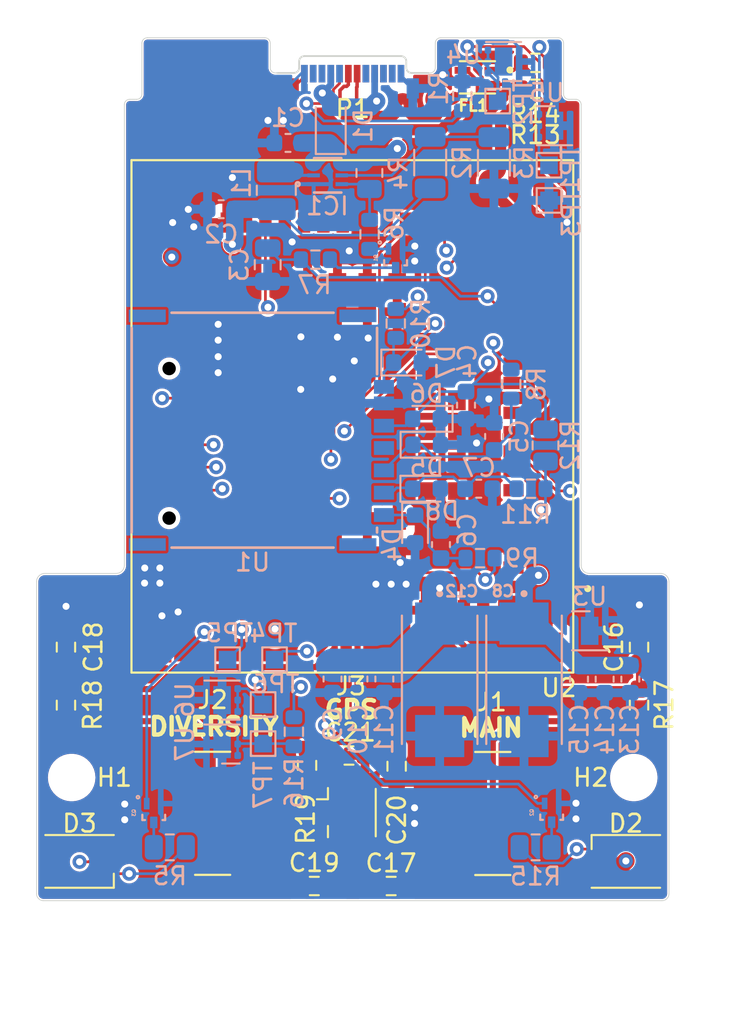
<source format=kicad_pcb>
(kicad_pcb (version 20221018) (generator pcbnew)

  (general
    (thickness 1.6)
  )

  (paper "A4")
  (layers
    (0 "F.Cu" signal)
    (1 "In1.Cu" signal)
    (2 "In2.Cu" signal)
    (31 "B.Cu" signal)
    (32 "B.Adhes" user "B.Adhesive")
    (33 "F.Adhes" user "F.Adhesive")
    (34 "B.Paste" user)
    (35 "F.Paste" user)
    (36 "B.SilkS" user "B.Silkscreen")
    (37 "F.SilkS" user "F.Silkscreen")
    (38 "B.Mask" user)
    (39 "F.Mask" user)
    (40 "Dwgs.User" user "User.Drawings")
    (41 "Cmts.User" user "User.Comments")
    (42 "Eco1.User" user "User.Eco1")
    (43 "Eco2.User" user "User.Eco2")
    (44 "Edge.Cuts" user)
    (45 "Margin" user)
    (46 "B.CrtYd" user "B.Courtyard")
    (47 "F.CrtYd" user "F.Courtyard")
    (48 "B.Fab" user)
    (49 "F.Fab" user)
    (50 "User.1" user)
    (51 "User.2" user)
    (52 "User.3" user)
    (53 "User.4" user)
    (54 "User.5" user)
    (55 "User.6" user)
    (56 "User.7" user)
    (57 "User.8" user)
    (58 "User.9" user)
  )

  (setup
    (stackup
      (layer "F.SilkS" (type "Top Silk Screen"))
      (layer "F.Paste" (type "Top Solder Paste"))
      (layer "F.Mask" (type "Top Solder Mask") (thickness 0.01))
      (layer "F.Cu" (type "copper") (thickness 0.035))
      (layer "dielectric 1" (type "prepreg") (thickness 0.1) (material "FR4") (epsilon_r 4.5) (loss_tangent 0.02))
      (layer "In1.Cu" (type "copper") (thickness 0.035))
      (layer "dielectric 2" (type "core") (thickness 1.24) (material "FR4") (epsilon_r 4.5) (loss_tangent 0.02))
      (layer "In2.Cu" (type "copper") (thickness 0.035))
      (layer "dielectric 3" (type "prepreg") (thickness 0.1) (material "FR4") (epsilon_r 4.5) (loss_tangent 0.02))
      (layer "B.Cu" (type "copper") (thickness 0.035))
      (layer "B.Mask" (type "Bottom Solder Mask") (thickness 0.01))
      (layer "B.Paste" (type "Bottom Solder Paste"))
      (layer "B.SilkS" (type "Bottom Silk Screen"))
      (copper_finish "None")
      (dielectric_constraints no)
    )
    (pad_to_mask_clearance 0)
    (pcbplotparams
      (layerselection 0x00010fc_ffffffff)
      (plot_on_all_layers_selection 0x0000000_00000000)
      (disableapertmacros false)
      (usegerberextensions false)
      (usegerberattributes true)
      (usegerberadvancedattributes true)
      (creategerberjobfile true)
      (dashed_line_dash_ratio 12.000000)
      (dashed_line_gap_ratio 3.000000)
      (svgprecision 4)
      (plotframeref false)
      (viasonmask false)
      (mode 1)
      (useauxorigin false)
      (hpglpennumber 1)
      (hpglpenspeed 20)
      (hpglpendiameter 15.000000)
      (dxfpolygonmode true)
      (dxfimperialunits true)
      (dxfusepcbnewfont true)
      (psnegative false)
      (psa4output false)
      (plotreference true)
      (plotvalue true)
      (plotinvisibletext false)
      (sketchpadsonfab false)
      (subtractmaskfromsilk false)
      (outputformat 1)
      (mirror false)
      (drillshape 1)
      (scaleselection 1)
      (outputdirectory "")
    )
  )

  (net 0 "")
  (net 1 "VBUS")
  (net 2 "GND")
  (net 3 "+3V8")
  (net 4 "/POWER_GOOD")
  (net 5 "/USIM_PRESENCE")
  (net 6 "/ANT_MAIN")
  (net 7 "/ANT_DIV")
  (net 8 "/ANT_GNSS")
  (net 9 "Net-(J3-In)")
  (net 10 "Net-(D1-A)")
  (net 11 "Net-(D2-K)")
  (net 12 "Net-(D3-K)")
  (net 13 "/USB_D+")
  (net 14 "/USB_D-")
  (net 15 "Net-(IC1-SW)")
  (net 16 "Net-(IC1-FB)")
  (net 17 "Net-(IC1-PG)")
  (net 18 "Net-(P1-CC)")
  (net 19 "unconnected-(P1-VCONN-PadB5)")
  (net 20 "Net-(Q1-B)")
  (net 21 "Net-(Q1-C)")
  (net 22 "/NETLIGHT")
  (net 23 "Net-(Q2-C)")
  (net 24 "/STATUS")
  (net 25 "Net-(Q3-C)")
  (net 26 "/USIM_RST")
  (net 27 "/USIM_CLK")
  (net 28 "/VDD_EXT")
  (net 29 "/USIM_DATA")
  (net 30 "Net-(R13-Pad1)")
  (net 31 "Net-(R14-Pad1)")
  (net 32 "Net-(R16-Pad2)")
  (net 33 "Net-(U2-DBG_TXD)")
  (net 34 "Net-(U2-DBG_RXD)")
  (net 35 "Net-(U2-USB_BOOT)")
  (net 36 "unconnected-(U1-VPP-PadC6)")
  (net 37 "unconnected-(U2-RESET_N-Pad17)")
  (net 38 "unconnected-(U2-RESERVED-Pad18)")
  (net 39 "unconnected-(U2-PCM_DOUT-Pad7)")
  (net 40 "unconnected-(U2-PCM_DIN-Pad6)")
  (net 41 "unconnected-(U2-PCM_SYNC-Pad5)")
  (net 42 "unconnected-(U2-PCM_CLK-Pad4)")
  (net 43 "unconnected-(U2-RI-Pad39)")
  (net 44 "unconnected-(U2-DCD-Pad38)")
  (net 45 "unconnected-(U2-RTS-Pad37)")
  (net 46 "unconnected-(U2-CTS-Pad36)")
  (net 47 "unconnected-(U2-TXD-Pad35)")
  (net 48 "unconnected-(U2-RXD-Pad34)")
  (net 49 "unconnected-(U2-I2C_SCL-Pad40)")
  (net 50 "unconnected-(U2-I2C_SDA-Pad41)")
  (net 51 "unconnected-(U2-ADC0-Pad24)")
  (net 52 "unconnected-(U2-AP_READY-Pad19)")
  (net 53 "unconnected-(U2-DTR-Pad30)")
  (net 54 "unconnected-(U2-SPI_MISO-Pad28)")
  (net 55 "unconnected-(U2-SPI_MOSI-Pad27)")
  (net 56 "unconnected-(U2-SPI_CLK-Pad26)")
  (net 57 "unconnected-(U2-USIM2_RST-Pad85)")
  (net 58 "unconnected-(U2-USIM2_CLK-Pad84)")
  (net 59 "unconnected-(U2-USIM2_PRESENCE-Pad83)")
  (net 60 "unconnected-(U2-USIM2_DATA-Pad86)")
  (net 61 "unconnected-(U2-USIM2_VDD-Pad87)")
  (net 62 "/USIM_VDD")
  (net 63 "Net-(U1-RST)")
  (net 64 "Net-(U1-CLK)")
  (net 65 "Net-(U1-I{slash}O)")
  (net 66 "Net-(C17-Pad1)")
  (net 67 "Net-(C19-Pad1)")
  (net 68 "/USBC_D+")
  (net 69 "/USBC_D-")

  (footprint "CONSMA002-SMD:LINX_CONSMA002-SMD" (layer "F.Cu") (at 151.725 141.275))

  (footprint "Resistor_SMD:R_0603_1608Metric" (layer "F.Cu") (at 154.15 98.575 180))

  (footprint "Resistor_SMD:R_0603_1608Metric_Pad0.98x0.95mm_HandSolder" (layer "F.Cu") (at 160.05 135.1125 -90))

  (footprint "LED_SMD:LED_Cree-PLCC4_3.2x2.8mm_CCW" (layer "F.Cu") (at 128.2 144 180))

  (footprint "Resistor_SMD:R_0603_1608Metric_Pad0.98x0.95mm_HandSolder" (layer "F.Cu") (at 146.25 138.5875 -90))

  (footprint "Resistor_SMD:R_0603_1608Metric_Pad0.98x0.95mm_HandSolder" (layer "F.Cu") (at 141.15 138.5375 -90))

  (footprint "Connector_USB:USB_C_Plug_Molex_105444" (layer "F.Cu") (at 143.75 99.15))

  (footprint "MountingHole:MountingHole_2.2mm_M2" (layer "F.Cu") (at 159.75 139.23))

  (footprint "LED_SMD:LED_Cree-PLCC4_3.2x2.8mm_CCW" (layer "F.Cu") (at 159.3 144))

  (footprint "CONSMA002-SMD:LINX_CONSMA002-SMD" (layer "F.Cu") (at 135.775 141.265))

  (footprint "Resistor_SMD:R_0603_1608Metric_Pad0.98x0.95mm_HandSolder" (layer "F.Cu") (at 160.05 131.8125 90))

  (footprint "Resistor_SMD:R_0603_1608Metric_Pad0.98x0.95mm_HandSolder" (layer "F.Cu") (at 141.5625 145.4))

  (footprint "Resistor_SMD:R_0603_1608Metric_Pad0.98x0.95mm_HandSolder" (layer "F.Cu") (at 127.425 131.8125 90))

  (footprint "Resistor_SMD:R_0603_1608Metric_Pad0.98x0.95mm_HandSolder" (layer "F.Cu") (at 145.9375 145.4 180))

  (footprint "Resistor_SMD:R_0603_1608Metric_Pad0.98x0.95mm_HandSolder" (layer "F.Cu") (at 143.5375 137.975))

  (footprint "Resistor_SMD:R_0603_1608Metric_Pad0.98x0.95mm_HandSolder" (layer "F.Cu") (at 127.425 135.1125 -90))

  (footprint "MountingHole:MountingHole_2.2mm_M2" (layer "F.Cu") (at 127.75 139.23))

  (footprint "Resistor_SMD:R_0603_1608Metric" (layer "F.Cu") (at 154.15 100.05 180))

  (footprint "DLW21SN900SQ2L:FIL_DLW21SN900SQ2L" (layer "F.Cu") (at 150.85 99.4 180))

  (footprint "EG95:XCVR_EG95" (layer "F.Cu")
    (tstamp f851ed5b-4e23-405b-b1aa-e8d65dde7576)
    (at 143.73 118.685 180)
    (property "MANUFACTURER" "Quectel")
    (property "MAXIMUM_PACKAGE_HEIGHT" "2.5mm")
    (property "PARTREV" "1.5")
    (property "STANDARD" "Manufacturer Recommendations")
    (property "Sheetfile" "Roamer.kicad_sch")
    (property "Sheetname" "")
    (path "/e6a6b14f-fc94-4e9b-b34c-71e0e50cdc39")
    (attr smd)
    (fp_text reference "U2" (at -11.76 -15.445) (layer "F.SilkS")
        (effects (font (size 1 1) (thickness 0.15)))
      (tstamp 1d464947-5842-4187-a9bd-c30a4e55b624)
    )
    (fp_text value "EG95" (at -12.635 15.715) (layer "F.Fab")
        (effects (font (size 1 1) (thickness 0.15)))
      (tstamp 7b80973e-b338-4301-a0a8-35a68cefc798)
    )
    (fp_circle (center -5.95 -4.25) (end -5.478 -4.25)
      (stroke (width 0) (type solid)) (fill solid) (layer "F.Paste") (tstamp 67d3b74d-81a9-43e5-82a0-a58ecb94a205))
    (fp_circle (center -5.95 -2.55) (end -5.478 -2.55)
      (stroke (width 0) (type solid)) (fill solid) (layer "F.Paste") (tstamp 12d7749c-79c9-41a7-b0f5-19f3bfe17632))
    (fp_circle (center -5.95 -0.85) (end -5.478 -0.85)
      (stroke (width 0) (type solid)) (fill solid) (layer "F.Paste") (tstamp 4e384b70-bee1-4f3c-923a-35ca47ab2658))
    (fp_circle (center -5.95 0.85) (end -5.478 0.85)
      (stroke (width 0) (type solid)) (fill solid) (layer "F.Paste") (tstamp 6d05fc8f-1146-4558-87f4-124d02db3765))
    (fp_circle (center -5.95 2.55) (end -5.478 2.55)
      (stroke (width 0) (type solid)) (fill solid) (layer "F.Paste") (tstamp 357ed333-a131-4460-9f03-f99d16791163))
    (fp_circle (center -5.95 4.25) (end -5.478 4.25)
      (stroke (width 0) (type solid)) (fill solid) (layer "F.Paste") (tstamp 63f94867-3c9e-4667-930a-fee0f1e2ebe2))
    (fp_circle (center -4.25 -4.25) (end -3.778 -4.25)
      (stroke (width 0) (type solid)) (fill solid) (layer "F.Paste") (tstamp 13cc66c6-7510-4e83-a694-d08949b734e5))
    (fp_circle (center -4.25 -2.55) (end -3.778 -2.55)
      (stroke (width 0) (type solid)) (fill solid) (layer "F.Paste") (tstamp 8c7a9cf3-ddbd-4b7c-bebc-49031a5e6d73))
    (fp_circle (center -4.25 -0.85) (end -3.778 -0.85)
      (stroke (width 0) (type solid)) (fill solid) (layer "F.Paste") (tstamp 3d9d3b4e-af9b-4dbc-9336-c29b3746faba))
    (fp_circle (center -4.25 0.85) (end -3.778 0.85)
      (stroke (width 0) (type solid)) (fill solid) (layer "F.Paste") (tstamp 690ddcd6-4d8e-42c0-ad75-ff9db3797b01))
    (fp_circle (center -4.25 2.55) (end -3.778 2.55)
      (stroke (width 0) (type solid)) (fill solid) (layer "F.Paste") (tstamp 75b36f97-51b2-4f40-b557-750c42c33062))
    (fp_circle (center -4.25 4.25) (end -3.778 4.25)
      (stroke (width 0) (type solid)) (fill solid) (layer "F.Paste") (tstamp 4e758d36-1513-487c-9267-fc087fa18d60))
    (fp_circle (center -2.55 -7.65) (end -2.078 -7.65)
      (stroke (width 0) (type solid)) (fill solid) (layer "F.Paste") (tstamp 3633692c-49f1-42ca-94b0-b891b5a33b8a))
    (fp_circle (center -2.55 -5.95) (end -2.078 -5.95)
      (stroke (width 0) (type solid)) (fill solid) (layer "F.Paste") (tstamp daf7962a-2a44-472f-b9c9-8c84ea1849f8))
    (fp_circle (center -2.55 5.95) (end -2.078 5.95)
      (stroke (width 0) (type solid)) (fill solid) (layer "F.Paste") (tstamp 32fabbac-dc5d-4778-92ac-b5c62bce09fe))
    (fp_circle (center -2.55 7.65) (end -2.078 7.65)
      (stroke (width 0) (type solid)) (fill solid) (layer "F.Paste") (tstamp b9df1aa6-a689-4293-8753-7c59f8230178))
    (fp_circle (center -0.85 -7.65) (end -0.378 -7.65)
      (stroke (width 0) (type solid)) (fill solid) (layer "F.Paste") (tstamp 4d0be172-5136-470d-b73a-7a8cb51ed73c))
    (fp_circle (center -0.85 -5.95) (end -0.378 -5.95)
      (stroke (width 0) (type solid)) (fill solid) (layer "F.Paste") (tstamp e9ad7bc7-db7f-41e8-8090-37c9b439c87a))
    (fp_circle (center -0.85 5.95) (end -0.378 5.95)
      (stroke (width 0) (type solid)) (fill solid) (layer "F.Paste") (tstamp 4a30cd4e-e496-41e4-82a6-3686d3ecb188))
    (fp_circle (center -0.85 7.65) (end -0.378 7.65)
      (stroke (width 0) (type solid)) (fill solid) (layer "F.Paste") (tstamp 55b8e7ce-c026-444a-87d3-c25fb53b51c9))
    (fp_circle (center 0.85 -7.65) (end 1.322 -7.65)
      (stroke (width 0) (type solid)) (fill solid) (layer "F.Paste") (tstamp 32b20396-c9b0-4873-b9ba-fa2c66fc98d1))
    (fp_circle (center 0.85 -5.95) (end 1.322 -5.95)
      (stroke (width 0) (type solid)) (fill solid) (layer "F.Paste") (tstamp e03b0b90-06f2-4e0d-a234-628bf843efeb))
    (fp_circle (center 0.85 5.95) (end 1.322 5.95)
      (stroke (width 0) (type solid)) (fill solid) (layer "F.Paste") (tstamp 117ba3fd-2c95-455c-a1fb-79870f2b7c3e))
    (fp_circle (center 0.85 7.65) (end 1.322 7.65)
      (stroke (width 0) (type solid)) (fill solid) (layer "F.Paste") (tstamp 9cebe8bb-5944-4532-84f3-4db69cb5a267))
    (fp_circle (center 2.55 -7.65) (end 3.022 -7.65)
      (stroke (width 0) (type solid)) (fill solid) (layer "F.Paste") (tstamp 4591d32e-0bfd-40f2-a436-d8c4a8df7b9c))
    (fp_circle (center 2.55 -5.95) (end 3.022 -5.95)
      (stroke (width 0) (type solid)) (fill solid) (layer "F.Paste") (tstamp 27feb6eb-48a0-44e1-945e-be4be8aa40cb))
    (fp_circle (center 2.55 5.95) (end 3.022 5.95)
      (stroke (width 0) (type solid)) (fill solid) (layer "F.Paste") (tstamp d0d20436-b778-4fa3-9675-56b791c3d56f))
    (fp_circle (center 2.55 7.65) (end 3.022 7.65)
      (stroke (width 0) (type solid)) (fill solid) (layer "F.Paste") (tstamp defa867d-6b76-49c8-bb58-cf6b459a29a2))
    (fp_circle (center 4.25 -4.25) (end 4.722 -4.25)
      (stroke (width 0) (type solid)) (fill solid) (layer "F.Paste") (tstamp 025de2ef-81a6-402c-bdfe-0f3340f36076))
    (fp_circle (center 4.25 -2.55) (end 4.722 -2.55)
      (stroke (width 0) (type solid)) (fill solid) (layer "F.Paste") (tstamp 920f3030-f3a9-49d9-98b1-ba1e7a6cde5b))
    (fp_circle (center 4.25 -0.85) (end 4.722 -0.85)
      (stroke (width 0) (type solid)) (fill solid) (layer "F.Paste") (tstamp cf2d715c-b57e-4e29-b1b7-62efa84a9561))
    (fp_circle (center 4.25 0.85) (end 4.722 0.85)
      (stroke (width 0) (type solid)) (fill solid) (layer "F.Paste") (tstamp ca71414b-1dcf-458c-9ec7-99f7644ea8d3))
    (fp_circle (center 4.25 2.55) (end 4.722 2.55)
      (stroke (width 0) (type solid)) (fill solid) (layer "F.Paste") (tstamp c74df507-238b-4f61-b908-673a0ad914c0))
    (fp_circle (center 4.25 4.25) (end 4.722 4.25)
      (stroke (width 0) (type solid)) (fill solid) (layer "F.Paste") (tstamp 89941a95-52f2-4f01-b5ae-ea2ee97dc086))
    (fp_circle (center 5.95 -4.25) (end 6.422 -4.25)
      (stroke (width 0) (type solid)) (fill solid) (layer "F.Paste") (tstamp 464d7fed-1c31-488c-ad54-5f06dec5a552))
    (fp_circle (center 5.95 -2.55) (end 6.422 -2.55)
      (stroke (width 0) (type solid)) (fill solid) (layer "F.Paste") (tstamp 7989918b-1f57-4399-89ef-f58e0c36eb2c))
    (fp_circle (center 5.95 -0.85) (end 6.422 -0.85)
      (stroke (width 0) (type solid)) (fill solid) (layer "F.Paste") (tstamp 338601a2-47bf-49f9-ba85-32e5a710140d))
    (fp_circle (center 5.95 0.85) (end 6.422 0.85)
      (stroke (width 0) (type solid)) (fill solid) (layer "F.Paste") (tstamp 12da4203-b063-4a2b-968e-3657dc112560))
    (fp_circle (center 5.95 2.55) (end 6.422 2.55)
      (stroke (width 0) (type solid)) (fill solid) (layer "F.Paste") (tstamp 7f6528a6-3a92-4aca-ba64-fc076fca4400))
    (fp_circle (center 5.95 4.25) (end 6.422 4.25)
      (stroke (width 0) (type solid)) (fill solid) (layer "F.Paste") (tstamp faf3a879-e27f-4ff1-b81f-1530938d56fc))
    (fp_poly
      (pts
        (xy -11.66 -13.66)
        (xy -10.64 -13.66)
        (xy -10.64 -12.64)
        (xy -11.66 -12.64)
      )

      (stroke (width 0.01) (type solid)) (fill solid) (layer "F.Paste") (tstamp a4cf9f7c-fc80-4a6e-8aed-8618a06b9c70))
    (fp_poly
      (pts
        (xy -10.54 13.56)
        (xy -10.78 13.56)
        (xy -11.56 12.78)
        (xy -11.56 12.54)
        (xy -10.54 12.54)
      )

      (stroke (width 0.0001) (type solid)) (fill solid) (layer "F.Paste") (tstamp 36e8bdf4-fab0-480a-ae07-fd85752c3d27))
    (fp_poly
      (pts
        (xy -10.54 13.56)
        (xy -10.78 13.56)
        (xy -11.56 12.78)
        (xy -11.56 12.54)
        (xy -10.54 12.54)
      )

      (stroke (width 0.0001) (type solid)) (fill solid) (layer "F.Paste") (tstamp fb33d6b7-c026-42c4-b8ab-e0e13b2d656e))
    (fp_poly
      (pts
        (xy 10.54 -13.56)
        (xy 10.78 -13.56)
        (xy 11.56 -12.78)
        (xy 11.56 -12.54)
        (xy 10.54 -12.54)
      )

      (stroke (width 0.0001) (type solid)) (fill solid) (layer "F.Paste") (tstamp 74c62a22-a856-4ac7-bb7a-1febdc12e728))
    (fp_poly
      (pts
        (xy 10.54 13.56)
        (xy 10.78 13.56)
        (xy 11.56 12.78)
        (xy 11.56 12.54)
        (xy 10.54 12.54)
      )

      (stroke (width 0.0001) (type solid)) (fill solid) (layer "F.Paste") (tstamp c4360858-c8a5-42dc-836e-f31e91c33908))
    (fp_poly
      (pts
        (xy -9.525 -9.98)
        (xy -8.825 -9.98)
        (xy -8.819 -9.98)
        (xy -8.814 -9.979)
        (xy -8.808 -9.979)
        (xy -8.802 -9.978)
        (xy -8.797 -9.976)
        (xy -8.791 -9.975)
        (xy -8.786 -9.973)
        (xy -8.78 -9.97)
        (xy -8.775 -9.968)
        (xy -8.77 -9.965)
        (xy -8.765 -9.962)
        (xy -8.76 -9.959)
        (xy -8.756 -9.955)
        (xy -8.751 -9.952)
        (xy -8.747 -9.948)
        (xy -8.743 -9.944)
        (xy -8.74 -9.939)
        (xy -8.736 -9.935)
        (xy -8.733 -9.93)
        (xy -8.73 -9.925)
        (xy -8.727 -9.92)
        (xy -8.725 -9.915)
        (xy -8.722 -9.909)
        (xy -8.72 -9.904)
        (xy -8.719 -9.898)
        (xy -8.717 -9.893)
        (xy -8.716 -9.887)
        (xy -8.716 -9.881)
        (xy -8.715 -9.876)
        (xy -8.715 -9.87)
        (xy -8.715 -9.53)
        (xy -8.715 -9.524)
        (xy -8.716 -9.519)
        (xy -8.716 -9.513)
        (xy -8.717 -9.507)
        (xy -8.719 -9.502)
        (xy -8.72 -9.496)
        (xy -8.722 -9.491)
        (xy -8.725 -9.485)
        (xy -8.727 -9.48)
        (xy -8.73 -9.475)
        (xy -8.733 -9.47)
        (xy -8.736 -9.465)
        (xy -8.74 -9.461)
        (xy -8.743 -9.456)
        (xy -8.747 -9.452)
        (xy -8.751 -9.448)
        (xy -8.756 -9.445)
        (xy -8.76 -9.441)
        (xy -8.765 -9.438)
        (xy -8.77 -9.435)
        (xy -8.775 -9.432)
        (xy -8.78 -9.43)
        (xy -8.786 -9.427)
        (xy -8.791 -9.425)
        (xy -8.797 -9.424)
        (xy -8.802 -9.422)
        (xy -8.808 -9.421)
        (xy -8.814 -9.421)
        (xy -8.819 -9.42)
        (xy -8.825 -9.42)
        (xy -9.525 -9.42)
        (xy -9.531 -9.42)
        (xy -9.536 -9.421)
        (xy -9.542 -9.421)
        (xy -9.548 -9.422)
        (xy -9.553 -9.424)
        (xy -9.559 -9.425)
        (xy -9.564 -9.427)
        (xy -9.57 -9.43)
        (xy -9.575 -9.432)
        (xy -9.58 -9.435)
        (xy -9.585 -9.438)
        (xy -9.59 -9.441)
        (xy -9.594 -9.445)
        (xy -9.599 -9.448)
        (xy -9.603 -9.452)
        (xy -9.607 -9.456)
        (xy -9.61 -9.461)
        (xy -9.614 -9.465)
        (xy -9.617 -9.47)
        (xy -9.62 -9.475)
        (xy -9.623 -9.48)
        (xy -9.625 -9.485)
        (xy -9.628 -9.491)
        (xy -9.63 -9.496)
        (xy -9.631 -9.502)
        (xy -9.633 -9.507)
        (xy -9.634 -9.513)
        (xy -9.634 -9.519)
        (xy -9.635 -9.524)
        (xy -9.635 -9.53)
        (xy -9.635 -9.87)
        (xy -9.635 -9.876)
        (xy -9.634 -9.881)
        (xy -9.634 -9.887)
        (xy -9.633 -9.893)
        (xy -9.631 -9.898)
        (xy -9.63 -9.904)
        (xy -9.628 -9.909)
        (xy -9.625 -9.915)
        (xy -9.623 -9.92)
        (xy -9.62 -9.925)
        (xy -9.617 -9.93)
        (xy -9.614 -9.935)
        (xy -9.61 -9.939)
        (xy -9.607 -9.944)
        (xy -9.603 -9.948)
        (xy -9.599 -9.952)
        (xy -9.594 -9.955)
        (xy -9.59 -9.959)
        (xy -9.585 -9.962)
        (xy -9.58 -9.965)
        (xy -9.575 -9.968)
        (xy -9.57 -9.97)
        (xy -9.564 -9.973)
        (xy -9.559 -9.975)
        (xy -9.553 -9.976)
        (xy -9.548 -9.978)
        (xy -9.542 -9.979)
        (xy -9.536 -9.979)
        (xy -9.531 -9.98)
        (xy -9.525 -9.98)
      )

      (stroke (width 0.0001) (type solid)) (fill solid) (layer "F.Paste") (tstamp 381fb920-c57b-4d2c-bff1-181bec3e7f23))
    (fp_poly
      (pts
        (xy -9.525 -8.88)
        (xy -8.825 -8.88)
        (xy -8.819 -8.88)
        (xy -8.814 -8.879)
        (xy -8.808 -8.879)
        (xy -8.802 -8.878)
        (xy -8.797 -8.876)
        (xy -8.791 -8.875)
        (xy -8.786 -8.873)
        (xy -8.78 -8.87)
        (xy -8.775 -8.868)
        (xy -8.77 -8.865)
        (xy -8.765 -8.862)
        (xy -8.76 -8.859)
        (xy -8.756 -8.855)
        (xy -8.751 -8.852)
        (xy -8.747 -8.848)
        (xy -8.743 -8.844)
        (xy -8.74 -8.839)
        (xy -8.736 -8.835)
        (xy -8.733 -8.83)
        (xy -8.73 -8.825)
        (xy -8.727 -8.82)
        (xy -8.725 -8.815)
        (xy -8.722 -8.809)
        (xy -8.72 -8.804)
        (xy -8.719 -8.798)
        (xy -8.717 -8.793)
        (xy -8.716 -8.787)
        (xy -8.716 -8.781)
        (xy -8.715 -8.776)
        (xy -8.715 -8.77)
        (xy -8.715 -8.43)
        (xy -8.715 -8.424)
        (xy -8.716 -8.419)
        (xy -8.716 -8.413)
        (xy -8.717 -8.407)
        (xy -8.719 -8.402)
        (xy -8.72 -8.396)
        (xy -8.722 -8.391)
        (xy -8.725 -8.385)
        (xy -8.727 -8.38)
        (xy -8.73 -8.375)
        (xy -8.733 -8.37)
        (xy -8.736 -8.365)
        (xy -8.74 -8.361)
        (xy -8.743 -8.356)
        (xy -8.747 -8.352)
        (xy -8.751 -8.348)
        (xy -8.756 -8.345)
        (xy -8.76 -8.341)
        (xy -8.765 -8.338)
        (xy -8.77 -8.335)
        (xy -8.775 -8.332)
        (xy -8.78 -8.33)
        (xy -8.786 -8.327)
        (xy -8.791 -8.325)
        (xy -8.797 -8.324)
        (xy -8.802 -8.322)
        (xy -8.808 -8.321)
        (xy -8.814 -8.321)
        (xy -8.819 -8.32)
        (xy -8.825 -8.32)
        (xy -9.525 -8.32)
        (xy -9.531 -8.32)
        (xy -9.536 -8.321)
        (xy -9.542 -8.321)
        (xy -9.548 -8.322)
        (xy -9.553 -8.324)
        (xy -9.559 -8.325)
        (xy -9.564 -8.327)
        (xy -9.57 -8.33)
        (xy -9.575 -8.332)
        (xy -9.58 -8.335)
        (xy -9.585 -8.338)
        (xy -9.59 -8.341)
        (xy -9.594 -8.345)
        (xy -9.599 -8.348)
        (xy -9.603 -8.352)
        (xy -9.607 -8.356)
        (xy -9.61 -8.361)
        (xy -9.614 -8.365)
        (xy -9.617 -8.37)
        (xy -9.62 -8.375)
        (xy -9.623 -8.38)
        (xy -9.625 -8.385)
        (xy -9.628 -8.391)
        (xy -9.63 -8.396)
        (xy -9.631 -8.402)
        (xy -9.633 -8.407)
        (xy -9.634 -8.413)
        (xy -9.634 -8.419)
        (xy -9.635 -8.424)
        (xy -9.635 -8.43)
        (xy -9.635 -8.77)
        (xy -9.635 -8.776)
        (xy -9.634 -8.781)
        (xy -9.634 -8.787)
        (xy -9.633 -8.793)
        (xy -9.631 -8.798)
        (xy -9.63 -8.804)
        (xy -9.628 -8.809)
        (xy -9.625 -8.815)
        (xy -9.623 -8.82)
        (xy -9.62 -8.825)
        (xy -9.617 -8.83)
        (xy -9.614 -8.835)
        (xy -9.61 -8.839)
        (xy -9.607 -8.844)
        (xy -9.603 -8.848)
        (xy -9.599 -8.852)
        (xy -9.594 -8.855)
        (xy -9.59 -8.859)
        (xy -9.585 -8.862)
        (xy -9.58 -8.865)
        (xy -9.575 -8.868)
        (xy -9.57 -8.87)
        (xy -9.564 -8.873)
        (xy -9.559 -8.875)
        (xy -9.553 -8.876)
        (xy -9.548 -8.878)
        (xy -9.542 -8.879)
        (xy -9.536 -8.879)
        (xy -9.531 -8.88)
        (xy -9.525 -8.88)
      )

      (stroke (width 0.0001) (type solid)) (fill solid) (layer "F.Paste") (tstamp 15a79106-df97-4493-8a49-601ca5566463))
    (fp_poly
      (pts
        (xy -9.525 -7.78)
        (xy -8.825 -7.78)
        (xy -8.819 -7.78)
        (xy -8.814 -7.779)
        (xy -8.808 -7.779)
        (xy -8.802 -7.778)
        (xy -8.797 -7.776)
        (xy -8.791 -7.775)
        (xy -8.786 -7.773)
        (xy -8.78 -7.77)
        (xy -8.775 -7.768)
        (xy -8.77 -7.765)
        (xy -8.765 -7.762)
        (xy -8.76 -7.759)
        (xy -8.756 -7.755)
        (xy -8.751 -7.752)
        (xy -8.747 -7.748)
        (xy -8.743 -7.744)
        (xy -8.74 -7.739)
        (xy -8.736 -7.735)
        (xy -8.733 -7.73)
        (xy -8.73 -7.725)
        (xy -8.727 -7.72)
        (xy -8.725 -7.715)
        (xy -8.722 -7.709)
        (xy -8.72 -7.704)
        (xy -8.719 -7.698)
        (xy -8.717 -7.693)
        (xy -8.716 -7.687)
        (xy -8.716 -7.681)
        (xy -8.715 -7.676)
        (xy -8.715 -7.67)
        (xy -8.715 -7.33)
        (xy -8.715 -7.324)
        (xy -8.716 -7.319)
        (xy -8.716 -7.313)
        (xy -8.717 -7.307)
        (xy -8.719 -7.302)
        (xy -8.72 -7.296)
        (xy -8.722 -7.291)
        (xy -8.725 -7.285)
        (xy -8.727 -7.28)
        (xy -8.73 -7.275)
        (xy -8.733 -7.27)
        (xy -8.736 -7.265)
        (xy -8.74 -7.261)
        (xy -8.743 -7.256)
        (xy -8.747 -7.252)
        (xy -8.751 -7.248)
        (xy -8.756 -7.245)
        (xy -8.76 -7.241)
        (xy -8.765 -7.238)
        (xy -8.77 -7.235)
        (xy -8.775 -7.232)
        (xy -8.78 -7.23)
        (xy -8.786 -7.227)
        (xy -8.791 -7.225)
        (xy -8.797 -7.224)
        (xy -8.802 -7.222)
        (xy -8.808 -7.221)
        (xy -8.814 -7.221)
        (xy -8.819 -7.22)
        (xy -8.825 -7.22)
        (xy -9.525 -7.22)
        (xy -9.531 -7.22)
        (xy -9.536 -7.221)
        (xy -9.542 -7.221)
        (xy -9.548 -7.222)
        (xy -9.553 -7.224)
        (xy -9.559 -7.225)
        (xy -9.564 -7.227)
        (xy -9.57 -7.23)
        (xy -9.575 -7.232)
        (xy -9.58 -7.235)
        (xy -9.585 -7.238)
        (xy -9.59 -7.241)
        (xy -9.594 -7.245)
        (xy -9.599 -7.248)
        (xy -9.603 -7.252)
        (xy -9.607 -7.256)
        (xy -9.61 -7.261)
        (xy -9.614 -7.265)
        (xy -9.617 -7.27)
        (xy -9.62 -7.275)
        (xy -9.623 -7.28)
        (xy -9.625 -7.285)
        (xy -9.628 -7.291)
        (xy -9.63 -7.296)
        (xy -9.631 -7.302)
        (xy -9.633 -7.307)
        (xy -9.634 -7.313)
        (xy -9.634 -7.319)
        (xy -9.635 -7.324)
        (xy -9.635 -7.33)
        (xy -9.635 -7.67)
        (xy -9.635 -7.676)
        (xy -9.634 -7.681)
        (xy -9.634 -7.687)
        (xy -9.633 -7.693)
        (xy -9.631 -7.698)
        (xy -9.63 -7.704)
        (xy -9.628 -7.709)
        (xy -9.625 -7.715)
        (xy -9.623 -7.72)
        (xy -9.62 -7.725)
        (xy -9.617 -7.73)
        (xy -9.614 -7.735)
        (xy -9.61 -7.739)
        (xy -9.607 -7.744)
        (xy -9.603 -7.748)
        (xy -9.599 -7.752)
        (xy -9.594 -7.755)
        (xy -9.59 -7.759)
        (xy -9.585 -7.762)
        (xy -9.58 -7.765)
        (xy -9.575 -7.768)
        (xy -9.57 -7.77)
        (xy -9.564 -7.773)
        (xy -9.559 -7.775)
        (xy -9.553 -7.776)
        (xy -9.548 -7.778)
        (xy -9.542 -7.779)
        (xy -9.536 -7.779)
        (xy -9.531 -7.78)
        (xy -9.525 -7.78)
      )

      (stroke (width 0.0001) (type solid)) (fill solid) (layer "F.Paste") (tstamp 0c575af3-6ed1-46a3-bfde-38643bb7e524))
    (fp_poly
      (pts
        (xy -9.525 -6.68)
        (xy -8.825 -6.68)
        (xy -8.819 -6.68)
        (xy -8.814 -6.679)
        (xy -8.808 -6.679)
        (xy -8.802 -6.678)
        (xy -8.797 -6.676)
        (xy -8.791 -6.675)
        (xy -8.786 -6.673)
        (xy -8.78 -6.67)
        (xy -8.775 -6.668)
        (xy -8.77 -6.665)
        (xy -8.765 -6.662)
        (xy -8.76 -6.659)
        (xy -8.756 -6.655)
        (xy -8.751 -6.652)
        (xy -8.747 -6.648)
        (xy -8.743 -6.644)
        (xy -8.74 -6.639)
        (xy -8.736 -6.635)
        (xy -8.733 -6.63)
        (xy -8.73 -6.625)
        (xy -8.727 -6.62)
        (xy -8.725 -6.615)
        (xy -8.722 -6.609)
        (xy -8.72 -6.604)
        (xy -8.719 -6.598)
        (xy -8.717 -6.593)
        (xy -8.716 -6.587)
        (xy -8.716 -6.581)
        (xy -8.715 -6.576)
        (xy -8.715 -6.57)
        (xy -8.715 -6.23)
        (xy -8.715 -6.224)
        (xy -8.716 -6.219)
        (xy -8.716 -6.213)
        (xy -8.717 -6.207)
        (xy -8.719 -6.202)
        (xy -8.72 -6.196)
        (xy -8.722 -6.191)
        (xy -8.725 -6.185)
        (xy -8.727 -6.18)
        (xy -8.73 -6.175)
        (xy -8.733 -6.17)
        (xy -8.736 -6.165)
        (xy -8.74 -6.161)
        (xy -8.743 -6.156)
        (xy -8.747 -6.152)
        (xy -8.751 -6.148)
        (xy -8.756 -6.145)
        (xy -8.76 -6.141)
        (xy -8.765 -6.138)
        (xy -8.77 -6.135)
        (xy -8.775 -6.132)
        (xy -8.78 -6.13)
        (xy -8.786 -6.127)
        (xy -8.791 -6.125)
        (xy -8.797 -6.124)
        (xy -8.802 -6.122)
        (xy -8.808 -6.121)
        (xy -8.814 -6.121)
        (xy -8.819 -6.12)
        (xy -8.825 -6.12)
        (xy -9.525 -6.12)
        (xy -9.531 -6.12)
        (xy -9.536 -6.121)
        (xy -9.542 -6.121)
        (xy -9.548 -6.122)
        (xy -9.553 -6.124)
        (xy -9.559 -6.125)
        (xy -9.564 -6.127)
        (xy -9.57 -6.13)
        (xy -9.575 -6.132)
        (xy -9.58 -6.135)
        (xy -9.585 -6.138)
        (xy -9.59 -6.141)
        (xy -9.594 -6.145)
        (xy -9.599 -6.148)
        (xy -9.603 -6.152)
        (xy -9.607 -6.156)
        (xy -9.61 -6.161)
        (xy -9.614 -6.165)
        (xy -9.617 -6.17)
        (xy -9.62 -6.175)
        (xy -9.623 -6.18)
        (xy -9.625 -6.185)
        (xy -9.628 -6.191)
        (xy -9.63 -6.196)
        (xy -9.631 -6.202)
        (xy -9.633 -6.207)
        (xy -9.634 -6.213)
        (xy -9.634 -6.219)
        (xy -9.635 -6.224)
        (xy -9.635 -6.23)
        (xy -9.635 -6.57)
        (xy -9.635 -6.576)
        (xy -9.634 -6.581)
        (xy -9.634 -6.587)
        (xy -9.633 -6.593)
        (xy -9.631 -6.598)
        (xy -9.63 -6.604)
        (xy -9.628 -6.609)
        (xy -9.625 -6.615)
        (xy -9.623 -6.62)
        (xy -9.62 -6.625)
        (xy -9.617 -6.63)
        (xy -9.614 -6.635)
        (xy -9.61 -6.639)
        (xy -9.607 -6.644)
        (xy -9.603 -6.648)
        (xy -9.599 -6.652)
        (xy -9.594 -6.655)
        (xy -9.59 -6.659)
        (xy -9.585 -6.662)
        (xy -9.58 -6.665)
        (xy -9.575 -6.668)
        (xy -9.57 -6.67)
        (xy -9.564 -6.673)
        (xy -9.559 -6.675)
        (xy -9.553 -6.676)
        (xy -9.548 -6.678)
        (xy -9.542 -6.679)
        (xy -9.536 -6.679)
        (xy -9.531 -6.68)
        (xy -9.525 -6.68)
      )

      (stroke (width 0.0001) (type solid)) (fill solid) (layer "F.Paste") (tstamp 4a9d6eca-1bec-49f3-8d4a-6444aca6165c))
    (fp_poly
      (pts
        (xy -9.525 -5.58)
        (xy -8.825 -5.58)
        (xy -8.819 -5.58)
        (xy -8.814 -5.579)
        (xy -8.808 -5.579)
        (xy -8.802 -5.578)
        (xy -8.797 -5.576)
        (xy -8.791 -5.575)
        (xy -8.786 -5.573)
        (xy -8.78 -5.57)
        (xy -8.775 -5.568)
        (xy -8.77 -5.565)
        (xy -8.765 -5.562)
        (xy -8.76 -5.559)
        (xy -8.756 -5.555)
        (xy -8.751 -5.552)
        (xy -8.747 -5.548)
        (xy -8.743 -5.544)
        (xy -8.74 -5.539)
        (xy -8.736 -5.535)
        (xy -8.733 -5.53)
        (xy -8.73 -5.525)
        (xy -8.727 -5.52)
        (xy -8.725 -5.515)
        (xy -8.722 -5.509)
        (xy -8.72 -5.504)
        (xy -8.719 -5.498)
        (xy -8.717 -5.493)
        (xy -8.716 -5.487)
        (xy -8.716 -5.481)
        (xy -8.715 -5.476)
        (xy -8.715 -5.47)
        (xy -8.715 -5.13)
        (xy -8.715 -5.124)
        (xy -8.716 -5.119)
        (xy -8.716 -5.113)
        (xy -8.717 -5.107)
        (xy -8.719 -5.102)
        (xy -8.72 -5.096)
        (xy -8.722 -5.091)
        (xy -8.725 -5.085)
        (xy -8.727 -5.08)
        (xy -8.73 -5.075)
        (xy -8.733 -5.07)
        (xy -8.736 -5.065)
        (xy -8.74 -5.061)
        (xy -8.743 -5.056)
        (xy -8.747 -5.052)
        (xy -8.751 -5.048)
        (xy -8.756 -5.045)
        (xy -8.76 -5.041)
        (xy -8.765 -5.038)
        (xy -8.77 -5.035)
        (xy -8.775 -5.032)
        (xy -8.78 -5.03)
        (xy -8.786 -5.027)
        (xy -8.791 -5.025)
        (xy -8.797 -5.024)
        (xy -8.802 -5.022)
        (xy -8.808 -5.021)
        (xy -8.814 -5.021)
        (xy -8.819 -5.02)
        (xy -8.825 -5.02)
        (xy -9.525 -5.02)
        (xy -9.531 -5.02)
        (xy -9.536 -5.021)
        (xy -9.542 -5.021)
        (xy -9.548 -5.022)
        (xy -9.553 -5.024)
        (xy -9.559 -5.025)
        (xy -9.564 -5.027)
        (xy -9.57 -5.03)
        (xy -9.575 -5.032)
        (xy -9.58 -5.035)
        (xy -9.585 -5.038)
        (xy -9.59 -5.041)
        (xy -9.594 -5.045)
        (xy -9.599 -5.048)
        (xy -9.603 -5.052)
        (xy -9.607 -5.056)
        (xy -9.61 -5.061)
        (xy -9.614 -5.065)
        (xy -9.617 -5.07)
        (xy -9.62 -5.075)
        (xy -9.623 -5.08)
        (xy -9.625 -5.085)
        (xy -9.628 -5.091)
        (xy -9.63 -5.096)
        (xy -9.631 -5.102)
        (xy -9.633 -5.107)
        (xy -9.634 -5.113)
        (xy -9.634 -5.119)
        (xy -9.635 -5.124)
        (xy -9.635 -5.13)
        (xy -9.635 -5.47)
        (xy -9.635 -5.476)
        (xy -9.634 -5.481)
        (xy -9.634 -5.487)
        (xy -9.633 -5.493)
        (xy -9.631 -5.498)
        (xy -9.63 -5.504)
        (xy -9.628 -5.509)
        (xy -9.625 -5.515)
        (xy -9.623 -5.52)
        (xy -9.62 -5.525)
        (xy -9.617 -5.53)
        (xy -9.614 -5.535)
        (xy -9.61 -5.539)
        (xy -9.607 -5.544)
        (xy -9.603 -5.548)
        (xy -9.599 -5.552)
        (xy -9.594 -5.555)
        (xy -9.59 -5.559)
        (xy -9.585 -5.562)
        (xy -9.58 -5.565)
        (xy -9.575 -5.568)
        (xy -9.57 -5.57)
        (xy -9.564 -5.573)
        (xy -9.559 -5.575)
        (xy -9.553 -5.576)
        (xy -9.548 -5.578)
        (xy -9.542 -5.579)
        (xy -9.536 -5.579)
        (xy -9.531 -5.58)
        (xy -9.525 -5.58)
      )

      (stroke (width 0.0001) (type solid)) (fill solid) (layer "F.Paste") (tstamp e40f3414-f91c-4fbd-a4de-8dc5493441cf))
    (fp_poly
      (pts
        (xy -9.525 -4.48)
        (xy -8.825 -4.48)
        (xy -8.819 -4.48)
        (xy -8.814 -4.479)
        (xy -8.808 -4.479)
        (xy -8.802 -4.478)
        (xy -8.797 -4.476)
        (xy -8.791 -4.475)
        (xy -8.786 -4.473)
        (xy -8.78 -4.47)
        (xy -8.775 -4.468)
        (xy -8.77 -4.465)
        (xy -8.765 -4.462)
        (xy -8.76 -4.459)
        (xy -8.756 -4.455)
        (xy -8.751 -4.452)
        (xy -8.747 -4.448)
        (xy -8.743 -4.444)
        (xy -8.74 -4.439)
        (xy -8.736 -4.435)
        (xy -8.733 -4.43)
        (xy -8.73 -4.425)
        (xy -8.727 -4.42)
        (xy -8.725 -4.415)
        (xy -8.722 -4.409)
        (xy -8.72 -4.404)
        (xy -8.719 -4.398)
        (xy -8.717 -4.393)
        (xy -8.716 -4.387)
        (xy -8.716 -4.381)
        (xy -8.715 -4.376)
        (xy -8.715 -4.37)
        (xy -8.715 -4.03)
        (xy -8.715 -4.024)
        (xy -8.716 -4.019)
        (xy -8.716 -4.013)
        (xy -8.717 -4.007)
        (xy -8.719 -4.002)
        (xy -8.72 -3.996)
        (xy -8.722 -3.991)
        (xy -8.725 -3.985)
        (xy -8.727 -3.98)
        (xy -8.73 -3.975)
        (xy -8.733 -3.97)
        (xy -8.736 -3.965)
        (xy -8.74 -3.961)
        (xy -8.743 -3.956)
        (xy -8.747 -3.952)
        (xy -8.751 -3.948)
        (xy -8.756 -3.945)
        (xy -8.76 -3.941)
        (xy -8.765 -3.938)
        (xy -8.77 -3.935)
        (xy -8.775 -3.932)
        (xy -8.78 -3.93)
        (xy -8.786 -3.927)
        (xy -8.791 -3.925)
        (xy -8.797 -3.924)
        (xy -8.802 -3.922)
        (xy -8.808 -3.921)
        (xy -8.814 -3.921)
        (xy -8.819 -3.92)
        (xy -8.825 -3.92)
        (xy -9.525 -3.92)
        (xy -9.531 -3.92)
        (xy -9.536 -3.921)
        (xy -9.542 -3.921)
        (xy -9.548 -3.922)
        (xy -9.553 -3.924)
        (xy -9.559 -3.925)
        (xy -9.564 -3.927)
        (xy -9.57 -3.93)
        (xy -9.575 -3.932)
        (xy -9.58 -3.935)
        (xy -9.585 -3.938)
        (xy -9.59 -3.941)
        (xy -9.594 -3.945)
        (xy -9.599 -3.948)
        (xy -9.603 -3.952)
        (xy -9.607 -3.956)
        (xy -9.61 -3.961)
        (xy -9.614 -3.965)
        (xy -9.617 -3.97)
        (xy -9.62 -3.975)
        (xy -9.623 -3.98)
        (xy -9.625 -3.985)
        (xy -9.628 -3.991)
        (xy -9.63 -3.996)
        (xy -9.631 -4.002)
        (xy -9.633 -4.007)
        (xy -9.634 -4.013)
        (xy -9.634 -4.019)
        (xy -9.635 -4.024)
        (xy -9.635 -4.03)
        (xy -9.635 -4.37)
        (xy -9.635 -4.376)
        (xy -9.634 -4.381)
        (xy -9.634 -4.387)
        (xy -9.633 -4.393)
        (xy -9.631 -4.398)
        (xy -9.63 -4.404)
        (xy -9.628 -4.409)
        (xy -9.625 -4.415)
        (xy -9.623 -4.42)
        (xy -9.62 -4.425)
        (xy -9.617 -4.43)
        (xy -9.614 -4.435)
        (xy -9.61 -4.439)
        (xy -9.607 -4.444)
        (xy -9.603 -4.448)
        (xy -9.599 -4.452)
        (xy -9.594 -4.455)
        (xy -9.59 -4.459)
        (xy -9.585 -4.462)
        (xy -9.58 -4.465)
        (xy -9.575 -4.468)
        (xy -9.57 -4.47)
        (xy -9.564 -4.473)
        (xy -9.559 -4.475)
        (xy -9.553 -4.476)
        (xy -9.548 -4.478)
        (xy -9.542 -4.479)
        (xy -9.536 -4.479)
        (xy -9.531 -4.48)
        (xy -9.525 -4.48)
      )

      (stroke (width 0.0001) (type solid)) (fill solid) (layer "F.Paste") (tstamp 632251aa-57d5-41fd-a286-0fe541e8b458))
    (fp_poly
      (pts
        (xy -9.525 -3.38)
        (xy -8.825 -3.38)
        (xy -8.819 -3.38)
        (xy -8.814 -3.379)
        (xy -8.808 -3.379)
        (xy -8.802 -3.378)
        (xy -8.797 -3.376)
        (xy -8.791 -3.375)
        (xy -8.786 -3.373)
        (xy -8.78 -3.37)
        (xy -8.775 -3.368)
        (xy -8.77 -3.365)
        (xy -8.765 -3.362)
        (xy -8.76 -3.359)
        (xy -8.756 -3.355)
        (xy -8.751 -3.352)
        (xy -8.747 -3.348)
        (xy -8.743 -3.344)
        (xy -8.74 -3.339)
        (xy -8.736 -3.335)
        (xy -8.733 -3.33)
        (xy -8.73 -3.325)
        (xy -8.727 -3.32)
        (xy -8.725 -3.315)
        (xy -8.722 -3.309)
        (xy -8.72 -3.304)
        (xy -8.719 -3.298)
        (xy -8.717 -3.293)
        (xy -8.716 -3.287)
        (xy -8.716 -3.281)
        (xy -8.715 -3.276)
        (xy -8.715 -3.27)
        (xy -8.715 -2.93)
        (xy -8.715 -2.924)
        (xy -8.716 -2.919)
        (xy -8.716 -2.913)
        (xy -8.717 -2.907)
        (xy -8.719 -2.902)
        (xy -8.72 -2.896)
        (xy -8.722 -2.891)
        (xy -8.725 -2.885)
        (xy -8.727 -2.88)
        (xy -8.73 -2.875)
        (xy -8.733 -2.87)
        (xy -8.736 -2.865)
        (xy -8.74 -2.861)
        (xy -8.743 -2.856)
        (xy -8.747 -2.852)
        (xy -8.751 -2.848)
        (xy -8.756 -2.845)
        (xy -8.76 -2.841)
        (xy -8.765 -2.838)
        (xy -8.77 -2.835)
        (xy -8.775 -2.832)
        (xy -8.78 -2.83)
        (xy -8.786 -2.827)
        (xy -8.791 -2.825)
        (xy -8.797 -2.824)
        (xy -8.802 -2.822)
        (xy -8.808 -2.821)
        (xy -8.814 -2.821)
        (xy -8.819 -2.82)
        (xy -8.825 -2.82)
        (xy -9.525 -2.82)
        (xy -9.531 -2.82)
        (xy -9.536 -2.821)
        (xy -9.542 -2.821)
        (xy -9.548 -2.822)
        (xy -9.553 -2.824)
        (xy -9.559 -2.825)
        (xy -9.564 -2.827)
        (xy -9.57 -2.83)
        (xy -9.575 -2.832)
        (xy -9.58 -2.835)
        (xy -9.585 -2.838)
        (xy -9.59 -2.841)
        (xy -9.594 -2.845)
        (xy -9.599 -2.848)
        (xy -9.603 -2.852)
        (xy -9.607 -2.856)
        (xy -9.61 -2.861)
        (xy -9.614 -2.865)
        (xy -9.617 -2.87)
        (xy -9.62 -2.875)
        (xy -9.623 -2.88)
        (xy -9.625 -2.885)
        (xy -9.628 -2.891)
        (xy -9.63 -2.896)
        (xy -9.631 -2.902)
        (xy -9.633 -2.907)
        (xy -9.634 -2.913)
        (xy -9.634 -2.919)
        (xy -9.635 -2.924)
        (xy -9.635 -2.93)
        (xy -9.635 -3.27)
        (xy -9.635 -3.276)
        (xy -9.634 -3.281)
        (xy -9.634 -3.287)
        (xy -9.633 -3.293)
        (xy -9.631 -3.298)
        (xy -9.63 -3.304)
        (xy -9.628 -3.309)
        (xy -9.625 -3.315)
        (xy -9.623 -3.32)
        (xy -9.62 -3.325)
        (xy -9.617 -3.33)
        (xy -9.614 -3.335)
        (xy -9.61 -3.339)
        (xy -9.607 -3.344)
        (xy -9.603 -3.348)
        (xy -9.599 -3.352)
        (xy -9.594 -3.355)
        (xy -9.59 -3.359)
        (xy -9.585 -3.362)
        (xy -9.58 -3.365)
        (xy -9.575 -3.368)
        (xy -9.57 -3.37)
        (xy -9.564 -3.373)
        (xy -9.559 -3.375)
        (xy -9.553 -3.376)
        (xy -9.548 -3.378)
        (xy -9.542 -3.379)
        (xy -9.536 -3.379)
        (xy -9.531 -3.38)
        (xy -9.525 -3.38)
      )

      (stroke (width 0.0001) (type solid)) (fill solid) (layer "F.Paste") (tstamp 165f453a-045e-47a7-9b07-2475fb0ac687))
    (fp_poly
      (pts
        (xy -9.525 -2.28)
        (xy -8.825 -2.28)
        (xy -8.819 -2.28)
        (xy -8.814 -2.279)
        (xy -8.808 -2.279)
        (xy -8.802 -2.278)
        (xy -8.797 -2.276)
        (xy -8.791 -2.275)
        (xy -8.786 -2.273)
        (xy -8.78 -2.27)
        (xy -8.775 -2.268)
        (xy -8.77 -2.265)
        (xy -8.765 -2.262)
        (xy -8.76 -2.259)
        (xy -8.756 -2.255)
        (xy -8.751 -2.252)
        (xy -8.747 -2.248)
        (xy -8.743 -2.244)
        (xy -8.74 -2.239)
        (xy -8.736 -2.235)
        (xy -8.733 -2.23)
        (xy -8.73 -2.225)
        (xy -8.727 -2.22)
        (xy -8.725 -2.215)
        (xy -8.722 -2.209)
        (xy -8.72 -2.204)
        (xy -8.719 -2.198)
        (xy -8.717 -2.193)
        (xy -8.716 -2.187)
        (xy -8.716 -2.181)
        (xy -8.715 -2.176)
        (xy -8.715 -2.17)
        (xy -8.715 -1.83)
        (xy -8.715 -1.824)
        (xy -8.716 -1.819)
        (xy -8.716 -1.813)
        (xy -8.717 -1.807)
        (xy -8.719 -1.802)
        (xy -8.72 -1.796)
        (xy -8.722 -1.791)
        (xy -8.725 -1.785)
        (xy -8.727 -1.78)
        (xy -8.73 -1.775)
        (xy -8.733 -1.77)
        (xy -8.736 -1.765)
        (xy -8.74 -1.761)
        (xy -8.743 -1.756)
        (xy -8.747 -1.752)
        (xy -8.751 -1.748)
        (xy -8.756 -1.745)
        (xy -8.76 -1.741)
        (xy -8.765 -1.738)
        (xy -8.77 -1.735)
        (xy -8.775 -1.732)
        (xy -8.78 -1.73)
        (xy -8.786 -1.727)
        (xy -8.791 -1.725)
        (xy -8.797 -1.724)
        (xy -8.802 -1.722)
        (xy -8.808 -1.721)
        (xy -8.814 -1.721)
        (xy -8.819 -1.72)
        (xy -8.825 -1.72)
        (xy -9.525 -1.72)
        (xy -9.531 -1.72)
        (xy -9.536 -1.721)
        (xy -9.542 -1.721)
        (xy -9.548 -1.722)
        (xy -9.553 -1.724)
        (xy -9.559 -1.725)
        (xy -9.564 -1.727)
        (xy -9.57 -1.73)
        (xy -9.575 -1.732)
        (xy -9.58 -1.735)
        (xy -9.585 -1.738)
        (xy -9.59 -1.741)
        (xy -9.594 -1.745)
        (xy -9.599 -1.748)
        (xy -9.603 -1.752)
        (xy -9.607 -1.756)
        (xy -9.61 -1.761)
        (xy -9.614 -1.765)
        (xy -9.617 -1.77)
        (xy -9.62 -1.775)
        (xy -9.623 -1.78)
        (xy -9.625 -1.785)
        (xy -9.628 -1.791)
        (xy -9.63 -1.796)
        (xy -9.631 -1.802)
        (xy -9.633 -1.807)
        (xy -9.634 -1.813)
        (xy -9.634 -1.819)
        (xy -9.635 -1.824)
        (xy -9.635 -1.83)
        (xy -9.635 -2.17)
        (xy -9.635 -2.176)
        (xy -9.634 -2.181)
        (xy -9.634 -2.187)
        (xy -9.633 -2.193)
        (xy -9.631 -2.198)
        (xy -9.63 -2.204)
        (xy -9.628 -2.209)
        (xy -9.625 -2.215)
        (xy -9.623 -2.22)
        (xy -9.62 -2.225)
        (xy -9.617 -2.23)
        (xy -9.614 -2.235)
        (xy -9.61 -2.239)
        (xy -9.607 -2.244)
        (xy -9.603 -2.248)
        (xy -9.599 -2.252)
        (xy -9.594 -2.255)
        (xy -9.59 -2.259)
        (xy -9.585 -2.262)
        (xy -9.58 -2.265)
        (xy -9.575 -2.268)
        (xy -9.57 -2.27)
        (xy -9.564 -2.273)
        (xy -9.559 -2.275)
        (xy -9.553 -2.276)
        (xy -9.548 -2.278)
        (xy -9.542 -2.279)
        (xy -9.536 -2.279)
        (xy -9.531 -2.28)
        (xy -9.525 -2.28)
      )

      (stroke (width 0.0001) (type solid)) (fill solid) (layer "F.Paste") (tstamp cb1c1cbf-eb5c-4e30-88f9-10cfafcf0427))
    (fp_poly
      (pts
        (xy -9.525 -1.18)
        (xy -8.825 -1.18)
        (xy -8.819 -1.18)
        (xy -8.814 -1.179)
        (xy -8.808 -1.179)
        (xy -8.802 -1.178)
        (xy -8.797 -1.176)
        (xy -8.791 -1.175)
        (xy -8.786 -1.173)
        (xy -8.78 -1.17)
        (xy -8.775 -1.168)
        (xy -8.77 -1.165)
        (xy -8.765 -1.162)
        (xy -8.76 -1.159)
        (xy -8.756 -1.155)
        (xy -8.751 -1.152)
        (xy -8.747 -1.148)
        (xy -8.743 -1.144)
        (xy -8.74 -1.139)
        (xy -8.736 -1.135)
        (xy -8.733 -1.13)
        (xy -8.73 -1.125)
        (xy -8.727 -1.12)
        (xy -8.725 -1.115)
        (xy -8.722 -1.109)
        (xy -8.72 -1.104)
        (xy -8.719 -1.098)
        (xy -8.717 -1.093)
        (xy -8.716 -1.087)
        (xy -8.716 -1.081)
        (xy -8.715 -1.076)
        (xy -8.715 -1.07)
        (xy -8.715 -0.73)
        (xy -8.715 -0.724)
        (xy -8.716 -0.719)
        (xy -8.716 -0.713)
        (xy -8.717 -0.707)
        (xy -8.719 -0.702)
        (xy -8.72 -0.696)
        (xy -8.722 -0.691)
        (xy -8.725 -0.685)
        (xy -8.727 -0.68)
        (xy -8.73 -0.675)
        (xy -8.733 -0.67)
        (xy -8.736 -0.665)
        (xy -8.74 -0.661)
        (xy -8.743 -0.656)
        (xy -8.747 -0.652)
        (xy -8.751 -0.648)
        (xy -8.756 -0.645)
        (xy -8.76 -0.641)
        (xy -8.765 -0.638)
        (xy -8.77 -0.635)
        (xy -8.775 -0.632)
        (xy -8.78 -0.63)
        (xy -8.786 -0.627)
        (xy -8.791 -0.625)
        (xy -8.797 -0.624)
        (xy -8.802 -0.622)
        (xy -8.808 -0.621)
        (xy -8.814 -0.621)
        (xy -8.819 -0.62)
        (xy -8.825 -0.62)
        (xy -9.525 -0.62)
        (xy -9.531 -0.62)
        (xy -9.536 -0.621)
        (xy -9.542 -0.621)
        (xy -9.548 -0.622)
        (xy -9.553 -0.624)
        (xy -9.559 -0.625)
        (xy -9.564 -0.627)
        (xy -9.57 -0.63)
        (xy -9.575 -0.632)
        (xy -9.58 -0.635)
        (xy -9.585 -0.638)
        (xy -9.59 -0.641)
        (xy -9.594 -0.645)
        (xy -9.599 -0.648)
        (xy -9.603 -0.652)
        (xy -9.607 -0.656)
        (xy -9.61 -0.661)
        (xy -9.614 -0.665)
        (xy -9.617 -0.67)
        (xy -9.62 -0.675)
        (xy -9.623 -0.68)
        (xy -9.625 -0.685)
        (xy -9.628 -0.691)
        (xy -9.63 -0.696)
        (xy -9.631 -0.702)
        (xy -9.633 -0.707)
        (xy -9.634 -0.713)
        (xy -9.634 -0.719)
        (xy -9.635 -0.724)
        (xy -9.635 -0.73)
        (xy -9.635 -1.07)
        (xy -9.635 -1.076)
        (xy -9.634 -1.081)
        (xy -9.634 -1.087)
        (xy -9.633 -1.093)
        (xy -9.631 -1.098)
        (xy -9.63 -1.104)
        (xy -9.628 -1.109)
        (xy -9.625 -1.115)
        (xy -9.623 -1.12)
        (xy -9.62 -1.125)
        (xy -9.617 -1.13)
        (xy -9.614 -1.135)
        (xy -9.61 -1.139)
        (xy -9.607 -1.144)
        (xy -9.603 -1.148)
        (xy -9.599 -1.152)
        (xy -9.594 -1.155)
        (xy -9.59 -1.159)
        (xy -9.585 -1.162)
        (xy -9.58 -1.165)
        (xy -9.575 -1.168)
        (xy -9.57 -1.17)
        (xy -9.564 -1.173)
        (xy -9.559 -1.175)
        (xy -9.553 -1.176)
        (xy -9.548 -1.178)
        (xy -9.542 -1.179)
        (xy -9.536 -1.179)
        (xy -9.531 -1.18)
        (xy -9.525 -1.18)
      )

      (stroke (width 0.0001) (type solid)) (fill solid) (layer "F.Paste") (tstamp c11e1d9b-f371-494a-9e93-7ce3f3a628a9))
    (fp_poly
      (pts
        (xy -9.525 -0.08)
        (xy -8.825 -0.08)
        (xy -8.819 -0.08)
        (xy -8.814 -0.079)
        (xy -8.808 -0.079)
        (xy -8.802 -0.078)
        (xy -8.797 -0.076)
        (xy -8.791 -0.075)
        (xy -8.786 -0.073)
        (xy -8.78 -0.07)
        (xy -8.775 -0.068)
        (xy -8.77 -0.065)
        (xy -8.765 -0.062)
        (xy -8.76 -0.059)
        (xy -8.756 -0.055)
        (xy -8.751 -0.052)
        (xy -8.747 -0.048)
        (xy -8.743 -0.044)
        (xy -8.74 -0.039)
        (xy -8.736 -0.035)
        (xy -8.733 -0.03)
        (xy -8.73 -0.025)
        (xy -8.727 -0.02)
        (xy -8.725 -0.015)
        (xy -8.722 -0.009)
        (xy -8.72 -0.004)
        (xy -8.719 0.002)
        (xy -8.717 0.007)
        (xy -8.716 0.013)
        (xy -8.716 0.019)
        (xy -8.715 0.024)
        (xy -8.715 0.03)
        (xy -8.715 0.37)
        (xy -8.715 0.376)
        (xy -8.716 0.381)
        (xy -8.716 0.387)
        (xy -8.717 0.393)
        (xy -8.719 0.398)
        (xy -8.72 0.404)
        (xy -8.722 0.409)
        (xy -8.725 0.415)
        (xy -8.727 0.42)
        (xy -8.73 0.425)
        (xy -8.733 0.43)
        (xy -8.736 0.435)
        (xy -8.74 0.439)
        (xy -8.743 0.444)
        (xy -8.747 0.448)
        (xy -8.751 0.452)
        (xy -8.756 0.455)
        (xy -8.76 0.459)
        (xy -8.765 0.462)
        (xy -8.77 0.465)
        (xy -8.775 0.468)
        (xy -8.78 0.47)
        (xy -8.786 0.473)
        (xy -8.791 0.475)
        (xy -8.797 0.476)
        (xy -8.802 0.478)
        (xy -8.808 0.479)
        (xy -8.814 0.479)
        (xy -8.819 0.48)
        (xy -8.825 0.48)
        (xy -9.525 0.48)
        (xy -9.531 0.48)
        (xy -9.536 0.479)
        (xy -9.542 0.479)
        (xy -9.548 0.478)
        (xy -9.553 0.476)
        (xy -9.559 0.475)
        (xy -9.564 0.473)
        (xy -9.57 0.47)
        (xy -9.575 0.468)
        (xy -9.58 0.465)
        (xy -9.585 0.462)
        (xy -9.59 0.459)
        (xy -9.594 0.455)
        (xy -9.599 0.452)
        (xy -9.603 0.448)
        (xy -9.607 0.444)
        (xy -9.61 0.439)
        (xy -9.614 0.435)
        (xy -9.617 0.43)
        (xy -9.62 0.425)
        (xy -9.623 0.42)
        (xy -9.625 0.415)
        (xy -9.628 0.409)
        (xy -9.63 0.404)
        (xy -9.631 0.398)
        (xy -9.633 0.393)
        (xy -9.634 0.387)
        (xy -9.634 0.381)
        (xy -9.635 0.376)
        (xy -9.635 0.37)
        (xy -9.635 0.03)
        (xy -9.635 0.024)
        (xy -9.634 0.019)
        (xy -9.634 0.013)
        (xy -9.633 0.007)
        (xy -9.631 0.002)
        (xy -9.63 -0.004)
        (xy -9.628 -0.009)
        (xy -9.625 -0.015)
        (xy -9.623 -0.02)
        (xy -9.62 -0.025)
        (xy -9.617 -0.03)
        (xy -9.614 -0.035)
        (xy -9.61 -0.039)
        (xy -9.607 -0.044)
        (xy -9.603 -0.048)
        (xy -9.599 -0.052)
        (xy -9.594 -0.055)
        (xy -9.59 -0.059)
        (xy -9.585 -0.062)
        (xy -9.58 -0.065)
        (xy -9.575 -0.068)
        (xy -9.57 -0.07)
        (xy -9.564 -0.073)
        (xy -9.559 -0.075)
        (xy -9.553 -0.076)
        (xy -9.548 -0.078)
        (xy -9.542 -0.079)
        (xy -9.536 -0.079)
        (xy -9.531 -0.08)
        (xy -9.525 -0.08)
      )

      (stroke (width 0.0001) (type solid)) (fill solid) (layer "F.Paste") (tstamp 1f84ba8f-cbd6-4250-abd9-c591dbefd2c1))
    (fp_poly
      (pts
        (xy -9.525 1.62)
        (xy -8.825 1.62)
        (xy -8.819 1.62)
        (xy -8.814 1.621)
        (xy -8.808 1.621)
        (xy -8.802 1.622)
        (xy -8.797 1.624)
        (xy -8.791 1.625)
        (xy -8.786 1.627)
        (xy -8.78 1.63)
        (xy -8.775 1.632)
        (xy -8.77 1.635)
        (xy -8.765 1.638)
        (xy -8.76 1.641)
        (xy -8.756 1.645)
        (xy -8.751 1.648)
        (xy -8.747 1.652)
        (xy -8.743 1.656)
        (xy -8.74 1.661)
        (xy -8.736 1.665)
        (xy -8.733 1.67)
        (xy -8.73 1.675)
        (xy -8.727 1.68)
        (xy -8.725 1.685)
        (xy -8.722 1.691)
        (xy -8.72 1.696)
        (xy -8.719 1.702)
        (xy -8.717 1.707)
        (xy -8.716 1.713)
        (xy -8.716 1.719)
        (xy -8.715 1.724)
        (xy -8.715 1.73)
        (xy -8.715 2.07)
        (xy -8.715 2.076)
        (xy -8.716 2.081)
        (xy -8.716 2.087)
        (xy -8.717 2.093)
        (xy -8.719 2.098)
        (xy -8.72 2.104)
        (xy -8.722 2.109)
        (xy -8.725 2.115)
        (xy -8.727 2.12)
        (xy -8.73 2.125)
        (xy -8.733 2.13)
        (xy -8.736 2.135)
        (xy -8.74 2.139)
        (xy -8.743 2.144)
        (xy -8.747 2.148)
        (xy -8.751 2.152)
        (xy -8.756 2.155)
        (xy -8.76 2.159)
        (xy -8.765 2.162)
        (xy -8.77 2.165)
        (xy -8.775 2.168)
        (xy -8.78 2.17)
        (xy -8.786 2.173)
        (xy -8.791 2.175)
        (xy -8.797 2.176)
        (xy -8.802 2.178)
        (xy -8.808 2.179)
        (xy -8.814 2.179)
        (xy -8.819 2.18)
        (xy -8.825 2.18)
        (xy -9.525 2.18)
        (xy -9.531 2.18)
        (xy -9.536 2.179)
        (xy -9.542 2.179)
        (xy -9.548 2.178)
        (xy -9.553 2.176)
        (xy -9.559 2.175)
        (xy -9.564 2.173)
        (xy -9.57 2.17)
        (xy -9.575 2.168)
        (xy -9.58 2.165)
        (xy -9.585 2.162)
        (xy -9.59 2.159)
        (xy -9.594 2.155)
        (xy -9.599 2.152)
        (xy -9.603 2.148)
        (xy -9.607 2.144)
        (xy -9.61 2.139)
        (xy -9.614 2.135)
        (xy -9.617 2.13)
        (xy -9.62 2.125)
        (xy -9.623 2.12)
        (xy -9.625 2.115)
        (xy -9.628 2.109)
        (xy -9.63 2.104)
        (xy -9.631 2.098)
        (xy -9.633 2.093)
        (xy -9.634 2.087)
        (xy -9.634 2.081)
        (xy -9.635 2.076)
        (xy -9.635 2.07)
        (xy -9.635 1.73)
        (xy -9.635 1.724)
        (xy -9.634 1.719)
        (xy -9.634 1.713)
        (xy -9.633 1.707)
        (xy -9.631 1.702)
        (xy -9.63 1.696)
        (xy -9.628 1.691)
        (xy -9.625 1.685)
        (xy -9.623 1.68)
        (xy -9.62 1.675)
        (xy -9.617 1.67)
        (xy -9.614 1.665)
        (xy -9.61 1.661)
        (xy -9.607 1.656)
        (xy -9.603 1.652)
        (xy -9.599 1.648)
        (xy -9.594 1.645)
        (xy -9.59 1.641)
        (xy -9.585 1.638)
        (xy -9.58 1.635)
        (xy -9.575 1.632)
        (xy -9.57 1.63)
        (xy -9.564 1.627)
        (xy -9.559 1.625)
        (xy -9.553 1.624)
        (xy -9.548 1.622)
        (xy -9.542 1.621)
        (xy -9.536 1.621)
        (xy -9.531 1.62)
        (xy -9.525 1.62)
      )

      (stroke (width 0.0001) (type solid)) (fill solid) (layer "F.Paste") (tstamp 2a4dd112-a7b2-4a7b-a4b6-e9a5a3ee2c6f))
    (fp_poly
      (pts
        (xy -9.525 2.72)
        (xy -8.825 2.72)
        (xy -8.819 2.72)
        (xy -8.814 2.721)
        (xy -8.808 2.721)
        (xy -8.802 2.722)
        (xy -8.797 2.724)
        (xy -8.791 2.725)
        (xy -8.786 2.727)
        (xy -8.78 2.73)
        (xy -8.775 2.732)
        (xy -8.77 2.735)
        (xy -8.765 2.738)
        (xy -8.76 2.741)
        (xy -8.756 2.745)
        (xy -8.751 2.748)
        (xy -8.747 2.752)
        (xy -8.743 2.756)
        (xy -8.74 2.761)
        (xy -8.736 2.765)
        (xy -8.733 2.77)
        (xy -8.73 2.775)
        (xy -8.727 2.78)
        (xy -8.725 2.785)
        (xy -8.722 2.791)
        (xy -8.72 2.796)
        (xy -8.719 2.802)
        (xy -8.717 2.807)
        (xy -8.716 2.813)
        (xy -8.716 2.819)
        (xy -8.715 2.824)
        (xy -8.715 2.83)
        (xy -8.715 3.17)
        (xy -8.715 3.176)
        (xy -8.716 3.181)
        (xy -8.716 3.187)
        (xy -8.717 3.193)
        (xy -8.719 3.198)
        (xy -8.72 3.204)
        (xy -8.722 3.209)
        (xy -8.725 3.215)
        (xy -8.727 3.22)
        (xy -8.73 3.225)
        (xy -8.733 3.23)
        (xy -8.736 3.235)
        (xy -8.74 3.239)
        (xy -8.743 3.244)
        (xy -8.747 3.248)
        (xy -8.751 3.252)
        (xy -8.756 3.255)
        (xy -8.76 3.259)
        (xy -8.765 3.262)
        (xy -8.77 3.265)
        (xy -8.775 3.268)
        (xy -8.78 3.27)
        (xy -8.786 3.273)
        (xy -8.791 3.275)
        (xy -8.797 3.276)
        (xy -8.802 3.278)
        (xy -8.808 3.279)
        (xy -8.814 3.279)
        (xy -8.819 3.28)
        (xy -8.825 3.28)
        (xy -9.525 3.28)
        (xy -9.531 3.28)
        (xy -9.536 3.279)
        (xy -9.542 3.279)
        (xy -9.548 3.278)
        (xy -9.553 3.276)
        (xy -9.559 3.275)
        (xy -9.564 3.273)
        (xy -9.57 3.27)
        (xy -9.575 3.268)
        (xy -9.58 3.265)
        (xy -9.585 3.262)
        (xy -9.59 3.259)
        (xy -9.594 3.255)
        (xy -9.599 3.252)
        (xy -9.603 3.248)
        (xy -9.607 3.244)
        (xy -9.61 3.239)
        (xy -9.614 3.235)
        (xy -9.617 3.23)
        (xy -9.62 3.225)
        (xy -9.623 3.22)
        (xy -9.625 3.215)
        (xy -9.628 3.209)
        (xy -9.63 3.204)
        (xy -9.631 3.198)
        (xy -9.633 3.193)
        (xy -9.634 3.187)
        (xy -9.634 3.181)
        (xy -9.635 3.176)
        (xy -9.635 3.17)
        (xy -9.635 2.83)
        (xy -9.635 2.824)
        (xy -9.634 2.819)
        (xy -9.634 2.813)
        (xy -9.633 2.807)
        (xy -9.631 2.802)
        (xy -9.63 2.796)
        (xy -9.628 2.791)
        (xy -9.625 2.785)
        (xy -9.623 2.78)
        (xy -9.62 2.775)
        (xy -9.617 2.77)
        (xy -9.614 2.765)
        (xy -9.61 2.761)
        (xy -9.607 2.756)
        (xy -9.603 2.752)
        (xy -9.599 2.748)
        (xy -9.594 2.745)
        (xy -9.59 2.741)
        (xy -9.585 2.738)
        (xy -9.58 2.735)
        (xy -9.575 2.732)
        (xy -9.57 2.73)
        (xy -9.564 2.727)
        (xy -9.559 2.725)
        (xy -9.553 2.724)
        (xy -9.548 2.722)
        (xy -9.542 2.721)
        (xy -9.536 2.721)
        (xy -9.531 2.72)
        (xy -9.525 2.72)
      )

      (stroke (width 0.0001) (type solid)) (fill solid) (layer "F.Paste") (tstamp 94ad1c8f-d668-4e73-88d9-c58259e25c3d))
    (fp_poly
      (pts
        (xy -9.525 3.82)
        (xy -8.825 3.82)
        (xy -8.819 3.82)
        (xy -8.814 3.821)
        (xy -8.808 3.821)
        (xy -8.802 3.822)
        (xy -8.797 3.824)
        (xy -8.791 3.825)
        (xy -8.786 3.827)
        (xy -8.78 3.83)
        (xy -8.775 3.832)
        (xy -8.77 3.835)
        (xy -8.765 3.838)
        (xy -8.76 3.841)
        (xy -8.756 3.845)
        (xy -8.751 3.848)
        (xy -8.747 3.852)
        (xy -8.743 3.856)
        (xy -8.74 3.861)
        (xy -8.736 3.865)
        (xy -8.733 3.87)
        (xy -8.73 3.875)
        (xy -8.727 3.88)
        (xy -8.725 3.885)
        (xy -8.722 3.891)
        (xy -8.72 3.896)
        (xy -8.719 3.902)
        (xy -8.717 3.907)
        (xy -8.716 3.913)
        (xy -8.716 3.919)
        (xy -8.715 3.924)
        (xy -8.715 3.93)
        (xy -8.715 4.27)
        (xy -8.715 4.276)
        (xy -8.716 4.281)
        (xy -8.716 4.287)
        (xy -8.717 4.293)
        (xy -8.719 4.298)
        (xy -8.72 4.304)
        (xy -8.722 4.309)
        (xy -8.725 4.315)
        (xy -8.727 4.32)
        (xy -8.73 4.325)
        (xy -8.733 4.33)
        (xy -8.736 4.335)
        (xy -8.74 4.339)
        (xy -8.743 4.344)
        (xy -8.747 4.348)
        (xy -8.751 4.352)
        (xy -8.756 4.355)
        (xy -8.76 4.359)
        (xy -8.765 4.362)
        (xy -8.77 4.365)
        (xy -8.775 4.368)
        (xy -8.78 4.37)
        (xy -8.786 4.373)
        (xy -8.791 4.375)
        (xy -8.797 4.376)
        (xy -8.802 4.378)
        (xy -8.808 4.379)
        (xy -8.814 4.379)
        (xy -8.819 4.38)
        (xy -8.825 4.38)
        (xy -9.525 4.38)
        (xy -9.531 4.38)
        (xy -9.536 4.379)
        (xy -9.542 4.379)
        (xy -9.548 4.378)
        (xy -9.553 4.376)
        (xy -9.559 4.375)
        (xy -9.564 4.373)
        (xy -9.57 4.37)
        (xy -9.575 4.368)
        (xy -9.58 4.365)
        (xy -9.585 4.362)
        (xy -9.59 4.359)
        (xy -9.594 4.355)
        (xy -9.599 4.352)
        (xy -9.603 4.348)
        (xy -9.607 4.344)
        (xy -9.61 4.339)
        (xy -9.614 4.335)
        (xy -9.617 4.33)
        (xy -9.62 4.325)
        (xy -9.623 4.32)
        (xy -9.625 4.315)
        (xy -9.628 4.309)
        (xy -9.63 4.304)
        (xy -9.631 4.298)
        (xy -9.633 4.293)
        (xy -9.634 4.287)
        (xy -9.634 4.281)
        (xy -9.635 4.276)
        (xy -9.635 4.27)
        (xy -9.635 3.93)
        (xy -9.635 3.924)
        (xy -9.634 3.919)
        (xy -9.634 3.913)
        (xy -9.633 3.907)
        (xy -9.631 3.902)
        (xy -9.63 3.896)
        (xy -9.628 3.891)
        (xy -9.625 3.885)
        (xy -9.623 3.88)
        (xy -9.62 3.875)
        (xy -9.617 3.87)
        (xy -9.614 3.865)
        (xy -9.61 3.861)
        (xy -9.607 3.856)
        (xy -9.603 3.852)
        (xy -9.599 3.848)
        (xy -9.594 3.845)
        (xy -9.59 3.841)
        (xy -9.585 3.838)
        (xy -9.58 3.835)
        (xy -9.575 3.832)
        (xy -9.57 3.83)
        (xy -9.564 3.827)
        (xy -9.559 3.825)
        (xy -9.553 3.824)
        (xy -9.548 3.822)
        (xy -9.542 3.821)
        (xy -9.536 3.821)
        (xy -9.531 3.82)
        (xy -9.525 3.82)
      )

      (stroke (width 0.0001) (type solid)) (fill solid) (layer "F.Paste") (tstamp ef23a725-1373-4148-862b-20b5d9de1bf1))
    (fp_poly
      (pts
        (xy -9.525 4.92)
        (xy -8.825 4.92)
        (xy -8.819 4.92)
        (xy -8.814 4.921)
        (xy -8.808 4.921)
        (xy -8.802 4.922)
        (xy -8.797 4.924)
        (xy -8.791 4.925)
        (xy -8.786 4.927)
        (xy -8.78 4.93)
        (xy -8.775 4.932)
        (xy -8.77 4.935)
        (xy -8.765 4.938)
        (xy -8.76 4.941)
        (xy -8.756 4.945)
        (xy -8.751 4.948)
        (xy -8.747 4.952)
        (xy -8.743 4.956)
        (xy -8.74 4.961)
        (xy -8.736 4.965)
        (xy -8.733 4.97)
        (xy -8.73 4.975)
        (xy -8.727 4.98)
        (xy -8.725 4.985)
        (xy -8.722 4.991)
        (xy -8.72 4.996)
        (xy -8.719 5.002)
        (xy -8.717 5.007)
        (xy -8.716 5.013)
        (xy -8.716 5.019)
        (xy -8.715 5.024)
        (xy -8.715 5.03)
        (xy -8.715 5.37)
        (xy -8.715 5.376)
        (xy -8.716 5.381)
        (xy -8.716 5.387)
        (xy -8.717 5.393)
        (xy -8.719 5.398)
        (xy -8.72 5.404)
        (xy -8.722 5.409)
        (xy -8.725 5.415)
        (xy -8.727 5.42)
        (xy -8.73 5.425)
        (xy -8.733 5.43)
        (xy -8.736 5.435)
        (xy -8.74 5.439)
        (xy -8.743 5.444)
        (xy -8.747 5.448)
        (xy -8.751 5.452)
        (xy -8.756 5.455)
        (xy -8.76 5.459)
        (xy -8.765 5.462)
        (xy -8.77 5.465)
        (xy -8.775 5.468)
        (xy -8.78 5.47)
        (xy -8.786 5.473)
        (xy -8.791 5.475)
        (xy -8.797 5.476)
        (xy -8.802 5.478)
        (xy -8.808 5.479)
        (xy -8.814 5.479)
        (xy -8.819 5.48)
        (xy -8.825 5.48)
        (xy -9.525 5.48)
        (xy -9.531 5.48)
        (xy -9.536 5.479)
        (xy -9.542 5.479)
        (xy -9.548 5.478)
        (xy -9.553 5.476)
        (xy -9.559 5.475)
        (xy -9.564 5.473)
        (xy -9.57 5.47)
        (xy -9.575 5.468)
        (xy -9.58 5.465)
        (xy -9.585 5.462)
        (xy -9.59 5.459)
        (xy -9.594 5.455)
        (xy -9.599 5.452)
        (xy -9.603 5.448)
        (xy -9.607 5.444)
        (xy -9.61 5.439)
        (xy -9.614 5.435)
        (xy -9.617 5.43)
        (xy -9.62 5.425)
        (xy -9.623 5.42)
        (xy -9.625 5.415)
        (xy -9.628 5.409)
        (xy -9.63 5.404)
        (xy -9.631 5.398)
        (xy -9.633 5.393)
        (xy -9.634 5.387)
        (xy -9.634 5.381)
        (xy -9.635 5.376)
        (xy -9.635 5.37)
        (xy -9.635 5.03)
        (xy -9.635 5.024)
        (xy -9.634 5.019)
        (xy -9.634 5.013)
        (xy -9.633 5.007)
        (xy -9.631 5.002)
        (xy -9.63 4.996)
        (xy -9.628 4.991)
        (xy -9.625 4.985)
        (xy -9.623 4.98)
        (xy -9.62 4.975)
        (xy -9.617 4.97)
        (xy -9.614 4.965)
        (xy -9.61 4.961)
        (xy -9.607 4.956)
        (xy -9.603 4.952)
        (xy -9.599 4.948)
        (xy -9.594 4.945)
        (xy -9.59 4.941)
        (xy -9.585 4.938)
        (xy -9.58 4.935)
        (xy -9.575 4.932)
        (xy -9.57 4.93)
        (xy -9.564 4.927)
        (xy -9.559 4.925)
        (xy -9.553 4.924)
        (xy -9.548 4.922)
        (xy -9.542 4.921)
        (xy -9.536 4.921)
        (xy -9.531 4.92)
        (xy -9.525 4.92)
      )

      (stroke (width 0.0001) (type solid)) (fill solid) (layer "F.Paste") (tstamp c278aba6-f414-49a6-b84d-5a455c95b3a1))
    (fp_poly
      (pts
        (xy -9.525 6.02)
        (xy -8.825 6.02)
        (xy -8.819 6.02)
        (xy -8.814 6.021)
        (xy -8.808 6.021)
        (xy -8.802 6.022)
        (xy -8.797 6.024)
        (xy -8.791 6.025)
        (xy -8.786 6.027)
        (xy -8.78 6.03)
        (xy -8.775 6.032)
        (xy -8.77 6.035)
        (xy -8.765 6.038)
        (xy -8.76 6.041)
        (xy -8.756 6.045)
        (xy -8.751 6.048)
        (xy -8.747 6.052)
        (xy -8.743 6.056)
        (xy -8.74 6.061)
        (xy -8.736 6.065)
        (xy -8.733 6.07)
        (xy -8.73 6.075)
        (xy -8.727 6.08)
        (xy -8.725 6.085)
        (xy -8.722 6.091)
        (xy -8.72 6.096)
        (xy -8.719 6.102)
        (xy -8.717 6.107)
        (xy -8.716 6.113)
        (xy -8.716 6.119)
        (xy -8.715 6.124)
        (xy -8.715 6.13)
        (xy -8.715 6.47)
        (xy -8.715 6.476)
        (xy -8.716 6.481)
        (xy -8.716 6.487)
        (xy -8.717 6.493)
        (xy -8.719 6.498)
        (xy -8.72 6.504)
        (xy -8.722 6.509)
        (xy -8.725 6.515)
        (xy -8.727 6.52)
        (xy -8.73 6.525)
        (xy -8.733 6.53)
        (xy -8.736 6.535)
        (xy -8.74 6.539)
        (xy -8.743 6.544)
        (xy -8.747 6.548)
        (xy -8.751 6.552)
        (xy -8.756 6.555)
        (xy -8.76 6.559)
        (xy -8.765 6.562)
        (xy -8.77 6.565)
        (xy -8.775 6.568)
        (xy -8.78 6.57)
        (xy -8.786 6.573)
        (xy -8.791 6.575)
        (xy -8.797 6.576)
        (xy -8.802 6.578)
        (xy -8.808 6.579)
        (xy -8.814 6.579)
        (xy -8.819 6.58)
        (xy -8.825 6.58)
        (xy -9.525 6.58)
        (xy -9.531 6.58)
        (xy -9.536 6.579)
        (xy -9.542 6.579)
        (xy -9.548 6.578)
        (xy -9.553 6.576)
        (xy -9.559 6.575)
        (xy -9.564 6.573)
        (xy -9.57 6.57)
        (xy -9.575 6.568)
        (xy -9.58 6.565)
        (xy -9.585 6.562)
        (xy -9.59 6.559)
        (xy -9.594 6.555)
        (xy -9.599 6.552)
        (xy -9.603 6.548)
        (xy -9.607 6.544)
        (xy -9.61 6.539)
        (xy -9.614 6.535)
        (xy -9.617 6.53)
        (xy -9.62 6.525)
        (xy -9.623 6.52)
        (xy -9.625 6.515)
        (xy -9.628 6.509)
        (xy -9.63 6.504)
        (xy -9.631 6.498)
        (xy -9.633 6.493)
        (xy -9.634 6.487)
        (xy -9.634 6.481)
        (xy -9.635 6.476)
        (xy -9.635 6.47)
        (xy -9.635 6.13)
        (xy -9.635 6.124)
        (xy -9.634 6.119)
        (xy -9.634 6.113)
        (xy -9.633 6.107)
        (xy -9.631 6.102)
        (xy -9.63 6.096)
        (xy -9.628 6.091)
        (xy -9.625 6.085)
        (xy -9.623 6.08)
        (xy -9.62 6.075)
        (xy -9.617 6.07)
        (xy -9.614 6.065)
        (xy -9.61 6.061)
        (xy -9.607 6.056)
        (xy -9.603 6.052)
        (xy -9.599 6.048)
        (xy -9.594 6.045)
        (xy -9.59 6.041)
        (xy -9.585 6.038)
        (xy -9.58 6.035)
        (xy -9.575 6.032)
        (xy -9.57 6.03)
        (xy -9.564 6.027)
        (xy -9.559 6.025)
        (xy -9.553 6.024)
        (xy -9.548 6.022)
        (xy -9.542 6.021)
        (xy -9.536 6.021)
        (xy -9.531 6.02)
        (xy -9.525 6.02)
      )

      (stroke (width 0.0001) (type solid)) (fill solid) (layer "F.Paste") (tstamp bd334a4a-7a1d-4728-a0ff-54f7aa497a0d))
    (fp_poly
      (pts
        (xy -9.525 7.12)
        (xy -8.825 7.12)
        (xy -8.819 7.12)
        (xy -8.814 7.121)
        (xy -8.808 7.121)
        (xy -8.802 7.122)
        (xy -8.797 7.124)
        (xy -8.791 7.125)
        (xy -8.786 7.127)
        (xy -8.78 7.13)
        (xy -8.775 7.132)
        (xy -8.77 7.135)
        (xy -8.765 7.138)
        (xy -8.76 7.141)
        (xy -8.756 7.145)
        (xy -8.751 7.148)
        (xy -8.747 7.152)
        (xy -8.743 7.156)
        (xy -8.74 7.161)
        (xy -8.736 7.165)
        (xy -8.733 7.17)
        (xy -8.73 7.175)
        (xy -8.727 7.18)
        (xy -8.725 7.185)
        (xy -8.722 7.191)
        (xy -8.72 7.196)
        (xy -8.719 7.202)
        (xy -8.717 7.207)
        (xy -8.716 7.213)
        (xy -8.716 7.219)
        (xy -8.715 7.224)
        (xy -8.715 7.23)
        (xy -8.715 7.57)
        (xy -8.715 7.576)
        (xy -8.716 7.581)
        (xy -8.716 7.587)
        (xy -8.717 7.593)
        (xy -8.719 7.598)
        (xy -8.72 7.604)
        (xy -8.722 7.609)
        (xy -8.725 7.615)
        (xy -8.727 7.62)
        (xy -8.73 7.625)
        (xy -8.733 7.63)
        (xy -8.736 7.635)
        (xy -8.74 7.639)
        (xy -8.743 7.644)
        (xy -8.747 7.648)
        (xy -8.751 7.652)
        (xy -8.756 7.655)
        (xy -8.76 7.659)
        (xy -8.765 7.662)
        (xy -8.77 7.665)
        (xy -8.775 7.668)
        (xy -8.78 7.67)
        (xy -8.786 7.673)
        (xy -8.791 7.675)
        (xy -8.797 7.676)
        (xy -8.802 7.678)
        (xy -8.808 7.679)
        (xy -8.814 7.679)
        (xy -8.819 7.68)
        (xy -8.825 7.68)
        (xy -9.525 7.68)
        (xy -9.531 7.68)
        (xy -9.536 7.679)
        (xy -9.542 7.679)
        (xy -9.548 7.678)
        (xy -9.553 7.676)
        (xy -9.559 7.675)
        (xy -9.564 7.673)
        (xy -9.57 7.67)
        (xy -9.575 7.668)
        (xy -9.58 7.665)
        (xy -9.585 7.662)
        (xy -9.59 7.659)
        (xy -9.594 7.655)
        (xy -9.599 7.652)
        (xy -9.603 7.648)
        (xy -9.607 7.644)
        (xy -9.61 7.639)
        (xy -9.614 7.635)
        (xy -9.617 7.63)
        (xy -9.62 7.625)
        (xy -9.623 7.62)
        (xy -9.625 7.615)
        (xy -9.628 7.609)
        (xy -9.63 7.604)
        (xy -9.631 7.598)
        (xy -9.633 7.593)
        (xy -9.634 7.587)
        (xy -9.634 7.581)
        (xy -9.635 7.576)
        (xy -9.635 7.57)
        (xy -9.635 7.23)
        (xy -9.635 7.224)
        (xy -9.634 7.219)
        (xy -9.634 7.213)
        (xy -9.633 7.207)
        (xy -9.631 7.202)
        (xy -9.63 7.196)
        (xy -9.628 7.191)
        (xy -9.625 7.185)
        (xy -9.623 7.18)
        (xy -9.62 7.175)
        (xy -9.617 7.17)
        (xy -9.614 7.165)
        (xy -9.61 7.161)
        (xy -9.607 7.156)
        (xy -9.603 7.152)
        (xy -9.599 7.148)
        (xy -9.594 7.145)
        (xy -9.59 7.141)
        (xy -9.585 7.138)
        (xy -9.58 7.135)
        (xy -9.575 7.132)
        (xy -9.57 7.13)
        (xy -9.564 7.127)
        (xy -9.559 7.125)
        (xy -9.553 7.124)
        (xy -9.548 7.122)
        (xy -9.542 7.121)
        (xy -9.536 7.121)
        (xy -9.531 7.12)
        (xy -9.525 7.12)
      )

      (stroke (width 0.0001) (type solid)) (fill solid) (layer "F.Paste") (tstamp 0be6d4c5-08ee-473b-b214-a2e8e1019ed7))
    (fp_poly
      (pts
        (xy -9.525 8.22)
        (xy -8.825 8.22)
        (xy -8.819 8.22)
        (xy -8.814 8.221)
        (xy -8.808 8.221)
        (xy -8.802 8.222)
        (xy -8.797 8.224)
        (xy -8.791 8.225)
        (xy -8.786 8.227)
        (xy -8.78 8.23)
        (xy -8.775 8.232)
        (xy -8.77 8.235)
        (xy -8.765 8.238)
        (xy -8.76 8.241)
        (xy -8.756 8.245)
        (xy -8.751 8.248)
        (xy -8.747 8.252)
        (xy -8.743 8.256)
        (xy -8.74 8.261)
        (xy -8.736 8.265)
        (xy -8.733 8.27)
        (xy -8.73 8.275)
        (xy -8.727 8.28)
        (xy -8.725 8.285)
        (xy -8.722 8.291)
        (xy -8.72 8.296)
        (xy -8.719 8.302)
        (xy -8.717 8.307)
        (xy -8.716 8.313)
        (xy -8.716 8.319)
        (xy -8.715 8.324)
        (xy -8.715 8.33)
        (xy -8.715 8.67)
        (xy -8.715 8.676)
        (xy -8.716 8.681)
        (xy -8.716 8.687)
        (xy -8.717 8.693)
        (xy -8.719 8.698)
        (xy -8.72 8.704)
        (xy -8.722 8.709)
        (xy -8.725 8.715)
        (xy -8.727 8.72)
        (xy -8.73 8.725)
        (xy -8.733 8.73)
        (xy -8.736 8.735)
        (xy -8.74 8.739)
        (xy -8.743 8.744)
        (xy -8.747 8.748)
        (xy -8.751 8.752)
        (xy -8.756 8.755)
        (xy -8.76 8.759)
        (xy -8.765 8.762)
        (xy -8.77 8.765)
        (xy -8.775 8.768)
        (xy -8.78 8.77)
        (xy -8.786 8.773)
        (xy -8.791 8.775)
        (xy -8.797 8.776)
        (xy -8.802 8.778)
        (xy -8.808 8.779)
        (xy -8.814 8.779)
        (xy -8.819 8.78)
        (xy -8.825 8.78)
        (xy -9.525 8.78)
        (xy -9.531 8.78)
        (xy -9.536 8.779)
        (xy -9.542 8.779)
        (xy -9.548 8.778)
        (xy -9.553 8.776)
        (xy -9.559 8.775)
        (xy -9.564 8.773)
        (xy -9.57 8.77)
        (xy -9.575 8.768)
        (xy -9.58 8.765)
        (xy -9.585 8.762)
        (xy -9.59 8.759)
        (xy -9.594 8.755)
        (xy -9.599 8.752)
        (xy -9.603 8.748)
        (xy -9.607 8.744)
        (xy -9.61 8.739)
        (xy -9.614 8.735)
        (xy -9.617 8.73)
        (xy -9.62 8.725)
        (xy -9.623 8.72)
        (xy -9.625 8.715)
        (xy -9.628 8.709)
        (xy -9.63 8.704)
        (xy -9.631 8.698)
        (xy -9.633 8.693)
        (xy -9.634 8.687)
        (xy -9.634 8.681)
        (xy -9.635 8.676)
        (xy -9.635 8.67)
        (xy -9.635 8.33)
        (xy -9.635 8.324)
        (xy -9.634 8.319)
        (xy -9.634 8.313)
        (xy -9.633 8.307)
        (xy -9.631 8.302)
        (xy -9.63 8.296)
        (xy -9.628 8.291)
        (xy -9.625 8.285)
        (xy -9.623 8.28)
        (xy -9.62 8.275)
        (xy -9.617 8.27)
        (xy -9.614 8.265)
        (xy -9.61 8.261)
        (xy -9.607 8.256)
        (xy -9.603 8.252)
        (xy -9.599 8.248)
        (xy -9.594 8.245)
        (xy -9.59 8.241)
        (xy -9.585 8.238)
        (xy -9.58 8.235)
        (xy -9.575 8.232)
        (xy -9.57 8.23)
        (xy -9.564 8.227)
        (xy -9.559 8.225)
        (xy -9.553 8.224)
        (xy -9.548 8.222)
        (xy -9.542 8.221)
        (xy -9.536 8.221)
        (xy -9.531 8.22)
        (xy -9.525 8.22)
      )

      (stroke (width 0.0001) (type solid)) (fill solid) (layer "F.Paste") (tstamp 0e292a8d-a873-4159-91d8-c8bc934658d4))
    (fp_poly
      (pts
        (xy -9.525 9.32)
        (xy -8.825 9.32)
        (xy -8.819 9.32)
        (xy -8.814 9.321)
        (xy -8.808 9.321)
        (xy -8.802 9.322)
        (xy -8.797 9.324)
        (xy -8.791 9.325)
        (xy -8.786 9.327)
        (xy -8.78 9.33)
        (xy -8.775 9.332)
        (xy -8.77 9.335)
        (xy -8.765 9.338)
        (xy -8.76 9.341)
        (xy -8.756 9.345)
        (xy -8.751 9.348)
        (xy -8.747 9.352)
        (xy -8.743 9.356)
        (xy -8.74 9.361)
        (xy -8.736 9.365)
        (xy -8.733 9.37)
        (xy -8.73 9.375)
        (xy -8.727 9.38)
        (xy -8.725 9.385)
        (xy -8.722 9.391)
        (xy -8.72 9.396)
        (xy -8.719 9.402)
        (xy -8.717 9.407)
        (xy -8.716 9.413)
        (xy -8.716 9.419)
        (xy -8.715 9.424)
        (xy -8.715 9.43)
        (xy -8.715 9.77)
        (xy -8.715 9.776)
        (xy -8.716 9.781)
        (xy -8.716 9.787)
        (xy -8.717 9.793)
        (xy -8.719 9.798)
        (xy -8.72 9.804)
        (xy -8.722 9.809)
        (xy -8.725 9.815)
        (xy -8.727 9.82)
        (xy -8.73 9.825)
        (xy -8.733 9.83)
        (xy -8.736 9.835)
        (xy -8.74 9.839)
        (xy -8.743 9.844)
        (xy -8.747 9.848)
        (xy -8.751 9.852)
        (xy -8.756 9.855)
        (xy -8.76 9.859)
        (xy -8.765 9.862)
        (xy -8.77 9.865)
        (xy -8.775 9.868)
        (xy -8.78 9.87)
        (xy -8.786 9.873)
        (xy -8.791 9.875)
        (xy -8.797 9.876)
        (xy -8.802 9.878)
        (xy -8.808 9.879)
        (xy -8.814 9.879)
        (xy -8.819 9.88)
        (xy -8.825 9.88)
        (xy -9.525 9.88)
        (xy -9.531 9.88)
        (xy -9.536 9.879)
        (xy -9.542 9.879)
        (xy -9.548 9.878)
        (xy -9.553 9.876)
        (xy -9.559 9.875)
        (xy -9.564 9.873)
        (xy -9.57 9.87)
        (xy -9.575 9.868)
        (xy -9.58 9.865)
        (xy -9.585 9.862)
        (xy -9.59 9.859)
        (xy -9.594 9.855)
        (xy -9.599 9.852)
        (xy -9.603 9.848)
        (xy -9.607 9.844)
        (xy -9.61 9.839)
        (xy -9.614 9.835)
        (xy -9.617 9.83)
        (xy -9.62 9.825)
        (xy -9.623 9.82)
        (xy -9.625 9.815)
        (xy -9.628 9.809)
        (xy -9.63 9.804)
        (xy -9.631 9.798)
        (xy -9.633 9.793)
        (xy -9.634 9.787)
        (xy -9.634 9.781)
        (xy -9.635 9.776)
        (xy -9.635 9.77)
        (xy -9.635 9.43)
        (xy -9.635 9.424)
        (xy -9.634 9.419)
        (xy -9.634 9.413)
        (xy -9.633 9.407)
        (xy -9.631 9.402)
        (xy -9.63 9.396)
        (xy -9.628 9.391)
        (xy -9.625 9.385)
        (xy -9.623 9.38)
        (xy -9.62 9.375)
        (xy -9.617 9.37)
        (xy -9.614 9.365)
        (xy -9.61 9.361)
        (xy -9.607 9.356)
        (xy -9.603 9.352)
        (xy -9.599 9.348)
        (xy -9.594 9.345)
        (xy -9.59 9.341)
        (xy -9.585 9.338)
        (xy -9.58 9.335)
        (xy -9.575 9.332)
        (xy -9.57 9.33)
        (xy -9.564 9.327)
        (xy -9.559 9.325)
        (xy -9.553 9.324)
        (xy -9.548 9.322)
        (xy -9.542 9.321)
        (xy -9.536 9.321)
        (xy -9.531 9.32)
        (xy -9.525 9.32)
      )

      (stroke (width 0.0001) (type solid)) (fill solid) (layer "F.Paste") (tstamp a0ed7bf0-773a-4fc4-979c-ce45e03aabff))
    (fp_poly
      (pts
        (xy -7.73 -10.675)
        (xy -7.73 -11.375)
        (xy -7.73 -11.381)
        (xy -7.729 -11.386)
        (xy -7.729 -11.392)
        (xy -7.728 -11.398)
        (xy -7.726 -11.403)
        (xy -7.725 -11.409)
        (xy -7.723 -11.414)
        (xy -7.72 -11.42)
        (xy -7.718 -11.425)
        (xy -7.715 -11.43)
        (xy -7.712 -11.435)
        (xy -7.709 -11.44)
        (xy -7.705 -11.444)
        (xy -7.702 -11.449)
        (xy -7.698 -11.453)
        (xy -7.694 -11.457)
        (xy -7.689 -11.46)
        (xy -7.685 -11.464)
        (xy -7.68 -11.467)
        (xy -7.675 -11.47)
        (xy -7.67 -11.473)
        (xy -7.665 -11.475)
        (xy -7.659 -11.478)
        (xy -7.654 -11.48)
        (xy -7.648 -11.481)
        (xy -7.643 -11.483)
        (xy -7.637 -11.484)
        (xy -7.631 -11.484)
        (xy -7.626 -11.485)
        (xy -7.62 -11.485)
        (xy -7.28 -11.485)
        (xy -7.274 -11.485)
        (xy -7.269 -11.484)
        (xy -7.263 -11.484)
        (xy -7.257 -11.483)
        (xy -7.252 -11.481)
        (xy -7.246 -11.48)
        (xy -7.241 -11.478)
        (xy -7.235 -11.475)
        (xy -7.23 -11.473)
        (xy -7.225 -11.47)
        (xy -7.22 -11.467)
        (xy -7.215 -11.464)
        (xy -7.211 -11.46)
        (xy -7.206 -11.457)
        (xy -7.202 -11.453)
        (xy -7.198 -11.449)
        (xy -7.195 -11.444)
        (xy -7.191 -11.44)
        (xy -7.188 -11.435)
        (xy -7.185 -11.43)
        (xy -7.182 -11.425)
        (xy -7.18 -11.42)
        (xy -7.177 -11.414)
        (xy -7.175 -11.409)
        (xy -7.174 -11.403)
        (xy -7.172 -11.398)
        (xy -7.171 -11.392)
        (xy -7.171 -11.386)
        (xy -7.17 -11.381)
        (xy -7.17 -11.375)
        (xy -7.17 -10.675)
        (xy -7.17 -10.669)
        (xy -7.171 -10.664)
        (xy -7.171 -10.658)
        (xy -7.172 -10.652)
        (xy -7.174 -10.647)
        (xy -7.175 -10.641)
        (xy -7.177 -10.636)
        (xy -7.18 -10.63)
        (xy -7.182 -10.625)
        (xy -7.185 -10.62)
        (xy -7.188 -10.615)
        (xy -7.191 -10.61)
        (xy -7.195 -10.606)
        (xy -7.198 -10.601)
        (xy -7.202 -10.597)
        (xy -7.206 -10.593)
        (xy -7.211 -10.59)
        (xy -7.215 -10.586)
        (xy -7.22 -10.583)
        (xy -7.225 -10.58)
        (xy -7.23 -10.577)
        (xy -7.235 -10.575)
        (xy -7.241 -10.572)
        (xy -7.246 -10.57)
        (xy -7.252 -10.569)
        (xy -7.257 -10.567)
        (xy -7.263 -10.566)
        (xy -7.269 -10.566)
        (xy -7.274 -10.565)
        (xy -7.28 -10.565)
        (xy -7.62 -10.565)
        (xy -7.626 -10.565)
        (xy -7.631 -10.566)
        (xy -7.637 -10.566)
        (xy -7.643 -10.567)
        (xy -7.648 -10.569)
        (xy -7.654 -10.57)
        (xy -7.659 -10.572)
        (xy -7.665 -10.575)
        (xy -7.67 -10.577)
        (xy -7.675 -10.58)
        (xy -7.68 -10.583)
        (xy -7.685 -10.586)
        (xy -7.689 -10.59)
        (xy -7.694 -10.593)
        (xy -7.698 -10.597)
        (xy -7.702 -10.601)
        (xy -7.705 -10.606)
        (xy -7.709 -10.61)
        (xy -7.712 -10.615)
        (xy -7.715 -10.62)
        (xy -7.718 -10.625)
        (xy -7.72 -10.63)
        (xy -7.723 -10.636)
        (xy -7.725 -10.641)
        (xy -7.726 -10.647)
        (xy -7.728 -10.652)
        (xy -7.729 -10.658)
        (xy -7.729 -10.664)
        (xy -7.73 -10.669)
        (xy -7.73 -10.675)
      )

      (stroke (width 0.0001) (type solid)) (fill solid) (layer "F.Paste") (tstamp 40ec7700-1e6c-4baa-8503-3a7794f5ae57))
    (fp_poly
      (pts
        (xy -7.73 11.375)
        (xy -7.73 10.675)
        (xy -7.73 10.669)
        (xy -7.729 10.664)
        (xy -7.729 10.658)
        (xy -7.728 10.652)
        (xy -7.726 10.647)
        (xy -7.725 10.641)
        (xy -7.723 10.636)
        (xy -7.72 10.63)
        (xy -7.718 10.625)
        (xy -7.715 10.62)
        (xy -7.712 10.615)
        (xy -7.709 10.61)
        (xy -7.705 10.606)
        (xy -7.702 10.601)
        (xy -7.698 10.597)
        (xy -7.694 10.593)
        (xy -7.689 10.59)
        (xy -7.685 10.586)
        (xy -7.68 10.583)
        (xy -7.675 10.58)
        (xy -7.67 10.577)
        (xy -7.665 10.575)
        (xy -7.659 10.572)
        (xy -7.654 10.57)
        (xy -7.648 10.569)
        (xy -7.643 10.567)
        (xy -7.637 10.566)
        (xy -7.631 10.566)
        (xy -7.626 10.565)
        (xy -7.62 10.565)
        (xy -7.28 10.565)
        (xy -7.274 10.565)
        (xy -7.269 10.566)
        (xy -7.263 10.566)
        (xy -7.257 10.567)
        (xy -7.252 10.569)
        (xy -7.246 10.57)
        (xy -7.241 10.572)
        (xy -7.235 10.575)
        (xy -7.23 10.577)
        (xy -7.225 10.58)
        (xy -7.22 10.583)
        (xy -7.215 10.586)
        (xy -7.211 10.59)
        (xy -7.206 10.593)
        (xy -7.202 10.597)
        (xy -7.198 10.601)
        (xy -7.195 10.606)
        (xy -7.191 10.61)
        (xy -7.188 10.615)
        (xy -7.185 10.62)
        (xy -7.182 10.625)
        (xy -7.18 10.63)
        (xy -7.177 10.636)
        (xy -7.175 10.641)
        (xy -7.174 10.647)
        (xy -7.172 10.652)
        (xy -7.171 10.658)
        (xy -7.171 10.664)
        (xy -7.17 10.669)
        (xy -7.17 10.675)
        (xy -7.17 11.375)
        (xy -7.17 11.381)
        (xy -7.171 11.386)
        (xy -7.171 11.392)
        (xy -7.172 11.398)
        (xy -7.174 11.403)
        (xy -7.175 11.409)
        (xy -7.177 11.414)
        (xy -7.18 11.42)
        (xy -7.182 11.425)
        (xy -7.185 11.43)
        (xy -7.188 11.435)
        (xy -7.191 11.44)
        (xy -7.195 11.444)
        (xy -7.198 11.449)
        (xy -7.202 11.453)
        (xy -7.206 11.457)
        (xy -7.211 11.46)
        (xy -7.215 11.464)
        (xy -7.22 11.467)
        (xy -7.225 11.47)
        (xy -7.23 11.473)
        (xy -7.235 11.475)
        (xy -7.241 11.478)
        (xy -7.246 11.48)
        (xy -7.252 11.481)
        (xy -7.257 11.483)
        (xy -7.263 11.484)
        (xy -7.269 11.484)
        (xy -7.274 11.485)
        (xy -7.28 11.485)
        (xy -7.62 11.485)
        (xy -7.626 11.485)
        (xy -7.631 11.484)
        (xy -7.637 11.484)
        (xy -7.643 11.483)
        (xy -7.648 11.481)
        (xy -7.654 11.48)
        (xy -7.659 11.478)
        (xy -7.665 11.475)
        (xy -7.67 11.473)
        (xy -7.675 11.47)
        (xy -7.68 11.467)
        (xy -7.685 11.464)
        (xy -7.689 11.46)
        (xy -7.694 11.457)
        (xy -7.698 11.453)
        (xy -7.702 11.449)
        (xy -7.705 11.444)
        (xy -7.709 11.44)
        (xy -7.712 11.435)
        (xy -7.715 11.43)
        (xy -7.718 11.425)
        (xy -7.72 11.42)
        (xy -7.723 11.414)
        (xy -7.725 11.409)
        (xy -7.726 11.403)
        (xy -7.728 11.398)
        (xy -7.729 11.392)
        (xy -7.729 11.386)
        (xy -7.73 11.381)
        (xy -7.73 11.375)
      )

      (stroke (width 0.0001) (type solid)) (fill solid) (layer "F.Paste") (tstamp fb2afc0b-105e-4838-9367-0556ba965603))
    (fp_poly
      (pts
        (xy -6.63 -10.675)
        (xy -6.63 -11.375)
        (xy -6.63 -11.381)
        (xy -6.629 -11.386)
        (xy -6.629 -11.392)
        (xy -6.628 -11.398)
        (xy -6.626 -11.403)
        (xy -6.625 -11.409)
        (xy -6.623 -11.414)
        (xy -6.62 -11.42)
        (xy -6.618 -11.425)
        (xy -6.615 -11.43)
        (xy -6.612 -11.435)
        (xy -6.609 -11.44)
        (xy -6.605 -11.444)
        (xy -6.602 -11.449)
        (xy -6.598 -11.453)
        (xy -6.594 -11.457)
        (xy -6.589 -11.46)
        (xy -6.585 -11.464)
        (xy -6.58 -11.467)
        (xy -6.575 -11.47)
        (xy -6.57 -11.473)
        (xy -6.565 -11.475)
        (xy -6.559 -11.478)
        (xy -6.554 -11.48)
        (xy -6.548 -11.481)
        (xy -6.543 -11.483)
        (xy -6.537 -11.484)
        (xy -6.531 -11.484)
        (xy -6.526 -11.485)
        (xy -6.52 -11.485)
        (xy -6.18 -11.485)
        (xy -6.174 -11.485)
        (xy -6.169 -11.484)
        (xy -6.163 -11.484)
        (xy -6.157 -11.483)
        (xy -6.152 -11.481)
        (xy -6.146 -11.48)
        (xy -6.141 -11.478)
        (xy -6.135 -11.475)
        (xy -6.13 -11.473)
        (xy -6.125 -11.47)
        (xy -6.12 -11.467)
        (xy -6.115 -11.464)
        (xy -6.111 -11.46)
        (xy -6.106 -11.457)
        (xy -6.102 -11.453)
        (xy -6.098 -11.449)
        (xy -6.095 -11.444)
        (xy -6.091 -11.44)
        (xy -6.088 -11.435)
        (xy -6.085 -11.43)
        (xy -6.082 -11.425)
        (xy -6.08 -11.42)
        (xy -6.077 -11.414)
        (xy -6.075 -11.409)
        (xy -6.074 -11.403)
        (xy -6.072 -11.398)
        (xy -6.071 -11.392)
        (xy -6.071 -11.386)
        (xy -6.07 -11.381)
        (xy -6.07 -11.375)
        (xy -6.07 -10.675)
        (xy -6.07 -10.669)
        (xy -6.071 -10.664)
        (xy -6.071 -10.658)
        (xy -6.072 -10.652)
        (xy -6.074 -10.647)
        (xy -6.075 -10.641)
        (xy -6.077 -10.636)
        (xy -6.08 -10.63)
        (xy -6.082 -10.625)
        (xy -6.085 -10.62)
        (xy -6.088 -10.615)
        (xy -6.091 -10.61)
        (xy -6.095 -10.606)
        (xy -6.098 -10.601)
        (xy -6.102 -10.597)
        (xy -6.106 -10.593)
        (xy -6.111 -10.59)
        (xy -6.115 -10.586)
        (xy -6.12 -10.583)
        (xy -6.125 -10.58)
        (xy -6.13 -10.577)
        (xy -6.135 -10.575)
        (xy -6.141 -10.572)
        (xy -6.146 -10.57)
        (xy -6.152 -10.569)
        (xy -6.157 -10.567)
        (xy -6.163 -10.566)
        (xy -6.169 -10.566)
        (xy -6.174 -10.565)
        (xy -6.18 -10.565)
        (xy -6.52 -10.565)
        (xy -6.526 -10.565)
        (xy -6.531 -10.566)
        (xy -6.537 -10.566)
        (xy -6.543 -10.567)
        (xy -6.548 -10.569)
        (xy -6.554 -10.57)
        (xy -6.559 -10.572)
        (xy -6.565 -10.575)
        (xy -6.57 -10.577)
        (xy -6.575 -10.58)
        (xy -6.58 -10.583)
        (xy -6.585 -10.586)
        (xy -6.589 -10.59)
        (xy -6.594 -10.593)
        (xy -6.598 -10.597)
        (xy -6.602 -10.601)
        (xy -6.605 -10.606)
        (xy -6.609 -10.61)
        (xy -6.612 -10.615)
        (xy -6.615 -10.62)
        (xy -6.618 -10.625)
        (xy -6.62 -10.63)
        (xy -6.623 -10.636)
        (xy -6.625 -10.641)
        (xy -6.626 -10.647)
        (xy -6.628 -10.652)
        (xy -6.629 -10.658)
        (xy -6.629 -10.664)
        (xy -6.63 -10.669)
        (xy -6.63 -10.675)
      )

      (stroke (width 0.0001) (type solid)) (fill solid) (layer "F.Paste") (tstamp 012351e0-f3f9-4261-a43c-fc2313d53452))
    (fp_poly
      (pts
        (xy -6.63 11.375)
        (xy -6.63 10.675)
        (xy -6.63 10.669)
        (xy -6.629 10.664)
        (xy -6.629 10.658)
        (xy -6.628 10.652)
        (xy -6.626 10.647)
        (xy -6.625 10.641)
        (xy -6.623 10.636)
        (xy -6.62 10.63)
        (xy -6.618 10.625)
        (xy -6.615 10.62)
        (xy -6.612 10.615)
        (xy -6.609 10.61)
        (xy -6.605 10.606)
        (xy -6.602 10.601)
        (xy -6.598 10.597)
        (xy -6.594 10.593)
        (xy -6.589 10.59)
        (xy -6.585 10.586)
        (xy -6.58 10.583)
        (xy -6.575 10.58)
        (xy -6.57 10.577)
        (xy -6.565 10.575)
        (xy -6.559 10.572)
        (xy -6.554 10.57)
        (xy -6.548 10.569)
        (xy -6.543 10.567)
        (xy -6.537 10.566)
        (xy -6.531 10.566)
        (xy -6.526 10.565)
        (xy -6.52 10.565)
        (xy -6.18 10.565)
        (xy -6.174 10.565)
        (xy -6.169 10.566)
        (xy -6.163 10.566)
        (xy -6.157 10.567)
        (xy -6.152 10.569)
        (xy -6.146 10.57)
        (xy -6.141 10.572)
        (xy -6.135 10.575)
        (xy -6.13 10.577)
        (xy -6.125 10.58)
        (xy -6.12 10.583)
        (xy -6.115 10.586)
        (xy -6.111 10.59)
        (xy -6.106 10.593)
        (xy -6.102 10.597)
        (xy -6.098 10.601)
        (xy -6.095 10.606)
        (xy -6.091 10.61)
        (xy -6.088 10.615)
        (xy -6.085 10.62)
        (xy -6.082 10.625)
        (xy -6.08 10.63)
        (xy -6.077 10.636)
        (xy -6.075 10.641)
        (xy -6.074 10.647)
        (xy -6.072 10.652)
        (xy -6.071 10.658)
        (xy -6.071 10.664)
        (xy -6.07 10.669)
        (xy -6.07 10.675)
        (xy -6.07 11.375)
        (xy -6.07 11.381)
        (xy -6.071 11.386)
        (xy -6.071 11.392)
        (xy -6.072 11.398)
        (xy -6.074 11.403)
        (xy -6.075 11.409)
        (xy -6.077 11.414)
        (xy -6.08 11.42)
        (xy -6.082 11.425)
        (xy -6.085 11.43)
        (xy -6.088 11.435)
        (xy -6.091 11.44)
        (xy -6.095 11.444)
        (xy -6.098 11.449)
        (xy -6.102 11.453)
        (xy -6.106 11.457)
        (xy -6.111 11.46)
        (xy -6.115 11.464)
        (xy -6.12 11.467)
        (xy -6.125 11.47)
        (xy -6.13 11.473)
        (xy -6.135 11.475)
        (xy -6.141 11.478)
        (xy -6.146 11.48)
        (xy -6.152 11.481)
        (xy -6.157 11.483)
        (xy -6.163 11.484)
        (xy -6.169 11.484)
        (xy -6.174 11.485)
        (xy -6.18 11.485)
        (xy -6.52 11.485)
        (xy -6.526 11.485)
        (xy -6.531 11.484)
        (xy -6.537 11.484)
        (xy -6.543 11.483)
        (xy -6.548 11.481)
        (xy -6.554 11.48)
        (xy -6.559 11.478)
        (xy -6.565 11.475)
        (xy -6.57 11.473)
        (xy -6.575 11.47)
        (xy -6.58 11.467)
        (xy -6.585 11.464)
        (xy -6.589 11.46)
        (xy -6.594 11.457)
        (xy -6.598 11.453)
        (xy -6.602 11.449)
        (xy -6.605 11.444)
        (xy -6.609 11.44)
        (xy -6.612 11.435)
        (xy -6.615 11.43)
        (xy -6.618 11.425)
        (xy -6.62 11.42)
        (xy -6.623 11.414)
        (xy -6.625 11.409)
        (xy -6.626 11.403)
        (xy -6.628 11.398)
        (xy -6.629 11.392)
        (xy -6.629 11.386)
        (xy -6.63 11.381)
        (xy -6.63 11.375)
      )

      (stroke (width 0.0001) (type solid)) (fill solid) (layer "F.Paste") (tstamp ef10fb17-8d78-4ee5-8e7a-b40473acc7b4))
    (fp_poly
      (pts
        (xy -5.53 -10.675)
        (xy -5.53 -11.375)
        (xy -5.53 -11.381)
        (xy -5.529 -11.386)
        (xy -5.529 -11.392)
        (xy -5.528 -11.398)
        (xy -5.526 -11.403)
        (xy -5.525 -11.409)
        (xy -5.523 -11.414)
        (xy -5.52 -11.42)
        (xy -5.518 -11.425)
        (xy -5.515 -11.43)
        (xy -5.512 -11.435)
        (xy -5.509 -11.44)
        (xy -5.505 -11.444)
        (xy -5.502 -11.449)
        (xy -5.498 -11.453)
        (xy -5.494 -11.457)
        (xy -5.489 -11.46)
        (xy -5.485 -11.464)
        (xy -5.48 -11.467)
        (xy -5.475 -11.47)
        (xy -5.47 -11.473)
        (xy -5.465 -11.475)
        (xy -5.459 -11.478)
        (xy -5.454 -11.48)
        (xy -5.448 -11.481)
        (xy -5.443 -11.483)
        (xy -5.437 -11.484)
        (xy -5.431 -11.484)
        (xy -5.426 -11.485)
        (xy -5.42 -11.485)
        (xy -5.08 -11.485)
        (xy -5.074 -11.485)
        (xy -5.069 -11.484)
        (xy -5.063 -11.484)
        (xy -5.057 -11.483)
        (xy -5.052 -11.481)
        (xy -5.046 -11.48)
        (xy -5.041 -11.478)
        (xy -5.035 -11.475)
        (xy -5.03 -11.473)
        (xy -5.025 -11.47)
        (xy -5.02 -11.467)
        (xy -5.015 -11.464)
        (xy -5.011 -11.46)
        (xy -5.006 -11.457)
        (xy -5.002 -11.453)
        (xy -4.998 -11.449)
        (xy -4.995 -11.444)
        (xy -4.991 -11.44)
        (xy -4.988 -11.435)
        (xy -4.985 -11.43)
        (xy -4.982 -11.425)
        (xy -4.98 -11.42)
        (xy -4.977 -11.414)
        (xy -4.975 -11.409)
        (xy -4.974 -11.403)
        (xy -4.972 -11.398)
        (xy -4.971 -11.392)
        (xy -4.971 -11.386)
        (xy -4.97 -11.381)
        (xy -4.97 -11.375)
        (xy -4.97 -10.675)
        (xy -4.97 -10.669)
        (xy -4.971 -10.664)
        (xy -4.971 -10.658)
        (xy -4.972 -10.652)
        (xy -4.974 -10.647)
        (xy -4.975 -10.641)
        (xy -4.977 -10.636)
        (xy -4.98 -10.63)
        (xy -4.982 -10.625)
        (xy -4.985 -10.62)
        (xy -4.988 -10.615)
        (xy -4.991 -10.61)
        (xy -4.995 -10.606)
        (xy -4.998 -10.601)
        (xy -5.002 -10.597)
        (xy -5.006 -10.593)
        (xy -5.011 -10.59)
        (xy -5.015 -10.586)
        (xy -5.02 -10.583)
        (xy -5.025 -10.58)
        (xy -5.03 -10.577)
        (xy -5.035 -10.575)
        (xy -5.041 -10.572)
        (xy -5.046 -10.57)
        (xy -5.052 -10.569)
        (xy -5.057 -10.567)
        (xy -5.063 -10.566)
        (xy -5.069 -10.566)
        (xy -5.074 -10.565)
        (xy -5.08 -10.565)
        (xy -5.42 -10.565)
        (xy -5.426 -10.565)
        (xy -5.431 -10.566)
        (xy -5.437 -10.566)
        (xy -5.443 -10.567)
        (xy -5.448 -10.569)
        (xy -5.454 -10.57)
        (xy -5.459 -10.572)
        (xy -5.465 -10.575)
        (xy -5.47 -10.577)
        (xy -5.475 -10.58)
        (xy -5.48 -10.583)
        (xy -5.485 -10.586)
        (xy -5.489 -10.59)
        (xy -5.494 -10.593)
        (xy -5.498 -10.597)
        (xy -5.502 -10.601)
        (xy -5.505 -10.606)
        (xy -5.509 -10.61)
        (xy -5.512 -10.615)
        (xy -5.515 -10.62)
        (xy -5.518 -10.625)
        (xy -5.52 -10.63)
        (xy -5.523 -10.636)
        (xy -5.525 -10.641)
        (xy -5.526 -10.647)
        (xy -5.528 -10.652)
        (xy -5.529 -10.658)
        (xy -5.529 -10.664)
        (xy -5.53 -10.669)
        (xy -5.53 -10.675)
      )

      (stroke (width 0.0001) (type solid)) (fill solid) (layer "F.Paste") (tstamp 05c0d143-0bec-4811-b59e-eba3772c51a3))
    (fp_poly
      (pts
        (xy -5.53 11.375)
        (xy -5.53 10.675)
        (xy -5.53 10.669)
        (xy -5.529 10.664)
        (xy -5.529 10.658)
        (xy -5.528 10.652)
        (xy -5.526 10.647)
        (xy -5.525 10.641)
        (xy -5.523 10.636)
        (xy -5.52 10.63)
        (xy -5.518 10.625)
        (xy -5.515 10.62)
        (xy -5.512 10.615)
        (xy -5.509 10.61)
        (xy -5.505 10.606)
        (xy -5.502 10.601)
        (xy -5.498 10.597)
        (xy -5.494 10.593)
        (xy -5.489 10.59)
        (xy -5.485 10.586)
        (xy -5.48 10.583)
        (xy -5.475 10.58)
        (xy -5.47 10.577)
        (xy -5.465 10.575)
        (xy -5.459 10.572)
        (xy -5.454 10.57)
        (xy -5.448 10.569)
        (xy -5.443 10.567)
        (xy -5.437 10.566)
        (xy -5.431 10.566)
        (xy -5.426 10.565)
        (xy -5.42 10.565)
        (xy -5.08 10.565)
        (xy -5.074 10.565)
        (xy -5.069 10.566)
        (xy -5.063 10.566)
        (xy -5.057 10.567)
        (xy -5.052 10.569)
        (xy -5.046 10.57)
        (xy -5.041 10.572)
        (xy -5.035 10.575)
        (xy -5.03 10.577)
        (xy -5.025 10.58)
        (xy -5.02 10.583)
        (xy -5.015 10.586)
        (xy -5.011 10.59)
        (xy -5.006 10.593)
        (xy -5.002 10.597)
        (xy -4.998 10.601)
        (xy -4.995 10.606)
        (xy -4.991 10.61)
        (xy -4.988 10.615)
        (xy -4.985 10.62)
        (xy -4.982 10.625)
        (xy -4.98 10.63)
        (xy -4.977 10.636)
        (xy -4.975 10.641)
        (xy -4.974 10.647)
        (xy -4.972 10.652)
        (xy -4.971 10.658)
        (xy -4.971 10.664)
        (xy -4.97 10.669)
        (xy -4.97 10.675)
        (xy -4.97 11.375)
        (xy -4.97 11.381)
        (xy -4.971 11.386)
        (xy -4.971 11.392)
        (xy -4.972 11.398)
        (xy -4.974 11.403)
        (xy -4.975 11.409)
        (xy -4.977 11.414)
        (xy -4.98 11.42)
        (xy -4.982 11.425)
        (xy -4.985 11.43)
        (xy -4.988 11.435)
        (xy -4.991 11.44)
        (xy -4.995 11.444)
        (xy -4.998 11.449)
        (xy -5.002 11.453)
        (xy -5.006 11.457)
        (xy -5.011 11.46)
        (xy -5.015 11.464)
        (xy -5.02 11.467)
        (xy -5.025 11.47)
        (xy -5.03 11.473)
        (xy -5.035 11.475)
        (xy -5.041 11.478)
        (xy -5.046 11.48)
        (xy -5.052 11.481)
        (xy -5.057 11.483)
        (xy -5.063 11.484)
        (xy -5.069 11.484)
        (xy -5.074 11.485)
        (xy -5.08 11.485)
        (xy -5.42 11.485)
        (xy -5.426 11.485)
        (xy -5.431 11.484)
        (xy -5.437 11.484)
        (xy -5.443 11.483)
        (xy -5.448 11.481)
        (xy -5.454 11.48)
        (xy -5.459 11.478)
        (xy -5.465 11.475)
        (xy -5.47 11.473)
        (xy -5.475 11.47)
        (xy -5.48 11.467)
        (xy -5.485 11.464)
        (xy -5.489 11.46)
        (xy -5.494 11.457)
        (xy -5.498 11.453)
        (xy -5.502 11.449)
        (xy -5.505 11.444)
        (xy -5.509 11.44)
        (xy -5.512 11.435)
        (xy -5.515 11.43)
        (xy -5.518 11.425)
        (xy -5.52 11.42)
        (xy -5.523 11.414)
        (xy -5.525 11.409)
        (xy -5.526 11.403)
        (xy -5.528 11.398)
        (xy -5.529 11.392)
        (xy -5.529 11.386)
        (xy -5.53 11.381)
        (xy -5.53 11.375)
      )

      (stroke (width 0.0001) (type solid)) (fill solid) (layer "F.Paste") (tstamp 8d1353ff-9685-46d7-8c48-782c4c51e193))
    (fp_poly
      (pts
        (xy -4.43 -10.675)
        (xy -4.43 -11.375)
        (xy -4.43 -11.381)
        (xy -4.429 -11.386)
        (xy -4.429 -11.392)
        (xy -4.428 -11.398)
        (xy -4.426 -11.403)
        (xy -4.425 -11.409)
        (xy -4.423 -11.414)
        (xy -4.42 -11.42)
        (xy -4.418 -11.425)
        (xy -4.415 -11.43)
        (xy -4.412 -11.435)
        (xy -4.409 -11.44)
        (xy -4.405 -11.444)
        (xy -4.402 -11.449)
        (xy -4.398 -11.453)
        (xy -4.394 -11.457)
        (xy -4.389 -11.46)
        (xy -4.385 -11.464)
        (xy -4.38 -11.467)
        (xy -4.375 -11.47)
        (xy -4.37 -11.473)
        (xy -4.365 -11.475)
        (xy -4.359 -11.478)
        (xy -4.354 -11.48)
        (xy -4.348 -11.481)
        (xy -4.343 -11.483)
        (xy -4.337 -11.484)
        (xy -4.331 -11.484)
        (xy -4.326 -11.485)
        (xy -4.32 -11.485)
        (xy -3.98 -11.485)
        (xy -3.974 -11.485)
        (xy -3.969 -11.484)
        (xy -3.963 -11.484)
        (xy -3.957 -11.483)
        (xy -3.952 -11.481)
        (xy -3.946 -11.48)
        (xy -3.941 -11.478)
        (xy -3.935 -11.475)
        (xy -3.93 -11.473)
        (xy -3.925 -11.47)
        (xy -3.92 -11.467)
        (xy -3.915 -11.464)
        (xy -3.911 -11.46)
        (xy -3.906 -11.457)
        (xy -3.902 -11.453)
        (xy -3.898 -11.449)
        (xy -3.895 -11.444)
        (xy -3.891 -11.44)
        (xy -3.888 -11.435)
        (xy -3.885 -11.43)
        (xy -3.882 -11.425)
        (xy -3.88 -11.42)
        (xy -3.877 -11.414)
        (xy -3.875 -11.409)
        (xy -3.874 -11.403)
        (xy -3.872 -11.398)
        (xy -3.871 -11.392)
        (xy -3.871 -11.386)
        (xy -3.87 -11.381)
        (xy -3.87 -11.375)
        (xy -3.87 -10.675)
        (xy -3.87 -10.669)
        (xy -3.871 -10.664)
        (xy -3.871 -10.658)
        (xy -3.872 -10.652)
        (xy -3.874 -10.647)
        (xy -3.875 -10.641)
        (xy -3.877 -10.636)
        (xy -3.88 -10.63)
        (xy -3.882 -10.625)
        (xy -3.885 -10.62)
        (xy -3.888 -10.615)
        (xy -3.891 -10.61)
        (xy -3.895 -10.606)
        (xy -3.898 -10.601)
        (xy -3.902 -10.597)
        (xy -3.906 -10.593)
        (xy -3.911 -10.59)
        (xy -3.915 -10.586)
        (xy -3.92 -10.583)
        (xy -3.925 -10.58)
        (xy -3.93 -10.577)
        (xy -3.935 -10.575)
        (xy -3.941 -10.572)
        (xy -3.946 -10.57)
        (xy -3.952 -10.569)
        (xy -3.957 -10.567)
        (xy -3.963 -10.566)
        (xy -3.969 -10.566)
        (xy -3.974 -10.565)
        (xy -3.98 -10.565)
        (xy -4.32 -10.565)
        (xy -4.326 -10.565)
        (xy -4.331 -10.566)
        (xy -4.337 -10.566)
        (xy -4.343 -10.567)
        (xy -4.348 -10.569)
        (xy -4.354 -10.57)
        (xy -4.359 -10.572)
        (xy -4.365 -10.575)
        (xy -4.37 -10.577)
        (xy -4.375 -10.58)
        (xy -4.38 -10.583)
        (xy -4.385 -10.586)
        (xy -4.389 -10.59)
        (xy -4.394 -10.593)
        (xy -4.398 -10.597)
        (xy -4.402 -10.601)
        (xy -4.405 -10.606)
        (xy -4.409 -10.61)
        (xy -4.412 -10.615)
        (xy -4.415 -10.62)
        (xy -4.418 -10.625)
        (xy -4.42 -10.63)
        (xy -4.423 -10.636)
        (xy -4.425 -10.641)
        (xy -4.426 -10.647)
        (xy -4.428 -10.652)
        (xy -4.429 -10.658)
        (xy -4.429 -10.664)
        (xy -4.43 -10.669)
        (xy -4.43 -10.675)
      )

      (stroke (width 0.0001) (type solid)) (fill solid) (layer "F.Paste") (tstamp 13ad48cd-ceae-415a-b67b-3754bfca76e9))
    (fp_poly
      (pts
        (xy -4.43 11.375)
        (xy -4.43 10.675)
        (xy -4.43 10.669)
        (xy -4.429 10.664)
        (xy -4.429 10.658)
        (xy -4.428 10.652)
        (xy -4.426 10.647)
        (xy -4.425 10.641)
        (xy -4.423 10.636)
        (xy -4.42 10.63)
        (xy -4.418 10.625)
        (xy -4.415 10.62)
        (xy -4.412 10.615)
        (xy -4.409 10.61)
        (xy -4.405 10.606)
        (xy -4.402 10.601)
        (xy -4.398 10.597)
        (xy -4.394 10.593)
        (xy -4.389 10.59)
        (xy -4.385 10.586)
        (xy -4.38 10.583)
        (xy -4.375 10.58)
        (xy -4.37 10.577)
        (xy -4.365 10.575)
        (xy -4.359 10.572)
        (xy -4.354 10.57)
        (xy -4.348 10.569)
        (xy -4.343 10.567)
        (xy -4.337 10.566)
        (xy -4.331 10.566)
        (xy -4.326 10.565)
        (xy -4.32 10.565)
        (xy -3.98 10.565)
        (xy -3.974 10.565)
        (xy -3.969 10.566)
        (xy -3.963 10.566)
        (xy -3.957 10.567)
        (xy -3.952 10.569)
        (xy -3.946 10.57)
        (xy -3.941 10.572)
        (xy -3.935 10.575)
        (xy -3.93 10.577)
        (xy -3.925 10.58)
        (xy -3.92 10.583)
        (xy -3.915 10.586)
        (xy -3.911 10.59)
        (xy -3.906 10.593)
        (xy -3.902 10.597)
        (xy -3.898 10.601)
        (xy -3.895 10.606)
        (xy -3.891 10.61)
        (xy -3.888 10.615)
        (xy -3.885 10.62)
        (xy -3.882 10.625)
        (xy -3.88 10.63)
        (xy -3.877 10.636)
        (xy -3.875 10.641)
        (xy -3.874 10.647)
        (xy -3.872 10.652)
        (xy -3.871 10.658)
        (xy -3.871 10.664)
        (xy -3.87 10.669)
        (xy -3.87 10.675)
        (xy -3.87 11.375)
        (xy -3.87 11.381)
        (xy -3.871 11.386)
        (xy -3.871 11.392)
        (xy -3.872 11.398)
        (xy -3.874 11.403)
        (xy -3.875 11.409)
        (xy -3.877 11.414)
        (xy -3.88 11.42)
        (xy -3.882 11.425)
        (xy -3.885 11.43)
        (xy -3.888 11.435)
        (xy -3.891 11.44)
        (xy -3.895 11.444)
        (xy -3.898 11.449)
        (xy -3.902 11.453)
        (xy -3.906 11.457)
        (xy -3.911 11.46)
        (xy -3.915 11.464)
        (xy -3.92 11.467)
        (xy -3.925 11.47)
        (xy -3.93 11.473)
        (xy -3.935 11.475)
        (xy -3.941 11.478)
        (xy -3.946 11.48)
        (xy -3.952 11.481)
        (xy -3.957 11.483)
        (xy -3.963 11.484)
        (xy -3.969 11.484)
        (xy -3.974 11.485)
        (xy -3.98 11.485)
        (xy -4.32 11.485)
        (xy -4.326 11.485)
        (xy -4.331 11.484)
        (xy -4.337 11.484)
        (xy -4.343 11.483)
        (xy -4.348 11.481)
        (xy -4.354 11.48)
        (xy -4.359 11.478)
        (xy -4.365 11.475)
        (xy -4.37 11.473)
        (xy -4.375 11.47)
        (xy -4.38 11.467)
        (xy -4.385 11.464)
        (xy -4.389 11.46)
        (xy -4.394 11.457)
        (xy -4.398 11.453)
        (xy -4.402 11.449)
        (xy -4.405 11.444)
        (xy -4.409 11.44)
        (xy -4.412 11.435)
        (xy -4.415 11.43)
        (xy -4.418 11.425)
        (xy -4.42 11.42)
        (xy -4.423 11.414)
        (xy -4.425 11.409)
        (xy -4.426 11.403)
        (xy -4.428 11.398)
        (xy -4.429 11.392)
        (xy -4.429 11.386)
        (xy -4.43 11.381)
        (xy -4.43 11.375)
      )

      (stroke (width 0.0001) (type solid)) (fill solid) (layer "F.Paste") (tstamp ea5d9be7-0abe-44d4-94b0-f4152478c50e))
    (fp_poly
      (pts
        (xy -3.33 -10.675)
        (xy -3.33 -11.375)
        (xy -3.33 -11.381)
        (xy -3.329 -11.386)
        (xy -3.329 -11.392)
        (xy -3.328 -11.398)
        (xy -3.326 -11.403)
        (xy -3.325 -11.409)
        (xy -3.323 -11.414)
        (xy -3.32 -11.42)
        (xy -3.318 -11.425)
        (xy -3.315 -11.43)
        (xy -3.312 -11.435)
        (xy -3.309 -11.44)
        (xy -3.305 -11.444)
        (xy -3.302 -11.449)
        (xy -3.298 -11.453)
        (xy -3.294 -11.457)
        (xy -3.289 -11.46)
        (xy -3.285 -11.464)
        (xy -3.28 -11.467)
        (xy -3.275 -11.47)
        (xy -3.27 -11.473)
        (xy -3.265 -11.475)
        (xy -3.259 -11.478)
        (xy -3.254 -11.48)
        (xy -3.248 -11.481)
        (xy -3.243 -11.483)
        (xy -3.237 -11.484)
        (xy -3.231 -11.484)
        (xy -3.226 -11.485)
        (xy -3.22 -11.485)
        (xy -2.88 -11.485)
        (xy -2.874 -11.485)
        (xy -2.869 -11.484)
        (xy -2.863 -11.484)
        (xy -2.857 -11.483)
        (xy -2.852 -11.481)
        (xy -2.846 -11.48)
        (xy -2.841 -11.478)
        (xy -2.835 -11.475)
        (xy -2.83 -11.473)
        (xy -2.825 -11.47)
        (xy -2.82 -11.467)
        (xy -2.815 -11.464)
        (xy -2.811 -11.46)
        (xy -2.806 -11.457)
        (xy -2.802 -11.453)
        (xy -2.798 -11.449)
        (xy -2.795 -11.444)
        (xy -2.791 -11.44)
        (xy -2.788 -11.435)
        (xy -2.785 -11.43)
        (xy -2.782 -11.425)
        (xy -2.78 -11.42)
        (xy -2.777 -11.414)
        (xy -2.775 -11.409)
        (xy -2.774 -11.403)
        (xy -2.772 -11.398)
        (xy -2.771 -11.392)
        (xy -2.771 -11.386)
        (xy -2.77 -11.381)
        (xy -2.77 -11.375)
        (xy -2.77 -10.675)
        (xy -2.77 -10.669)
        (xy -2.771 -10.664)
        (xy -2.771 -10.658)
        (xy -2.772 -10.652)
        (xy -2.774 -10.647)
        (xy -2.775 -10.641)
        (xy -2.777 -10.636)
        (xy -2.78 -10.63)
        (xy -2.782 -10.625)
        (xy -2.785 -10.62)
        (xy -2.788 -10.615)
        (xy -2.791 -10.61)
        (xy -2.795 -10.606)
        (xy -2.798 -10.601)
        (xy -2.802 -10.597)
        (xy -2.806 -10.593)
        (xy -2.811 -10.59)
        (xy -2.815 -10.586)
        (xy -2.82 -10.583)
        (xy -2.825 -10.58)
        (xy -2.83 -10.577)
        (xy -2.835 -10.575)
        (xy -2.841 -10.572)
        (xy -2.846 -10.57)
        (xy -2.852 -10.569)
        (xy -2.857 -10.567)
        (xy -2.863 -10.566)
        (xy -2.869 -10.566)
        (xy -2.874 -10.565)
        (xy -2.88 -10.565)
        (xy -3.22 -10.565)
        (xy -3.226 -10.565)
        (xy -3.231 -10.566)
        (xy -3.237 -10.566)
        (xy -3.243 -10.567)
        (xy -3.248 -10.569)
        (xy -3.254 -10.57)
        (xy -3.259 -10.572)
        (xy -3.265 -10.575)
        (xy -3.27 -10.577)
        (xy -3.275 -10.58)
        (xy -3.28 -10.583)
        (xy -3.285 -10.586)
        (xy -3.289 -10.59)
        (xy -3.294 -10.593)
        (xy -3.298 -10.597)
        (xy -3.302 -10.601)
        (xy -3.305 -10.606)
        (xy -3.309 -10.61)
        (xy -3.312 -10.615)
        (xy -3.315 -10.62)
        (xy -3.318 -10.625)
        (xy -3.32 -10.63)
        (xy -3.323 -10.636)
        (xy -3.325 -10.641)
        (xy -3.326 -10.647)
        (xy -3.328 -10.652)
        (xy -3.329 -10.658)
        (xy -3.329 -10.664)
        (xy -3.33 -10.669)
        (xy -3.33 -10.675)
      )

      (stroke (width 0.0001) (type solid)) (fill solid) (layer "F.Paste") (tstamp 3118ad15-4d4e-4f74-abbb-13e26395df08))
    (fp_poly
      (pts
        (xy -3.33 11.375)
        (xy -3.33 10.675)
        (xy -3.33 10.669)
        (xy -3.329 10.664)
        (xy -3.329 10.658)
        (xy -3.328 10.652)
        (xy -3.326 10.647)
        (xy -3.325 10.641)
        (xy -3.323 10.636)
        (xy -3.32 10.63)
        (xy -3.318 10.625)
        (xy -3.315 10.62)
        (xy -3.312 10.615)
        (xy -3.309 10.61)
        (xy -3.305 10.606)
        (xy -3.302 10.601)
        (xy -3.298 10.597)
        (xy -3.294 10.593)
        (xy -3.289 10.59)
        (xy -3.285 10.586)
        (xy -3.28 10.583)
        (xy -3.275 10.58)
        (xy -3.27 10.577)
        (xy -3.265 10.575)
        (xy -3.259 10.572)
        (xy -3.254 10.57)
        (xy -3.248 10.569)
        (xy -3.243 10.567)
        (xy -3.237 10.566)
        (xy -3.231 10.566)
        (xy -3.226 10.565)
        (xy -3.22 10.565)
        (xy -2.88 10.565)
        (xy -2.874 10.565)
        (xy -2.869 10.566)
        (xy -2.8
... [1072296 chars truncated]
</source>
